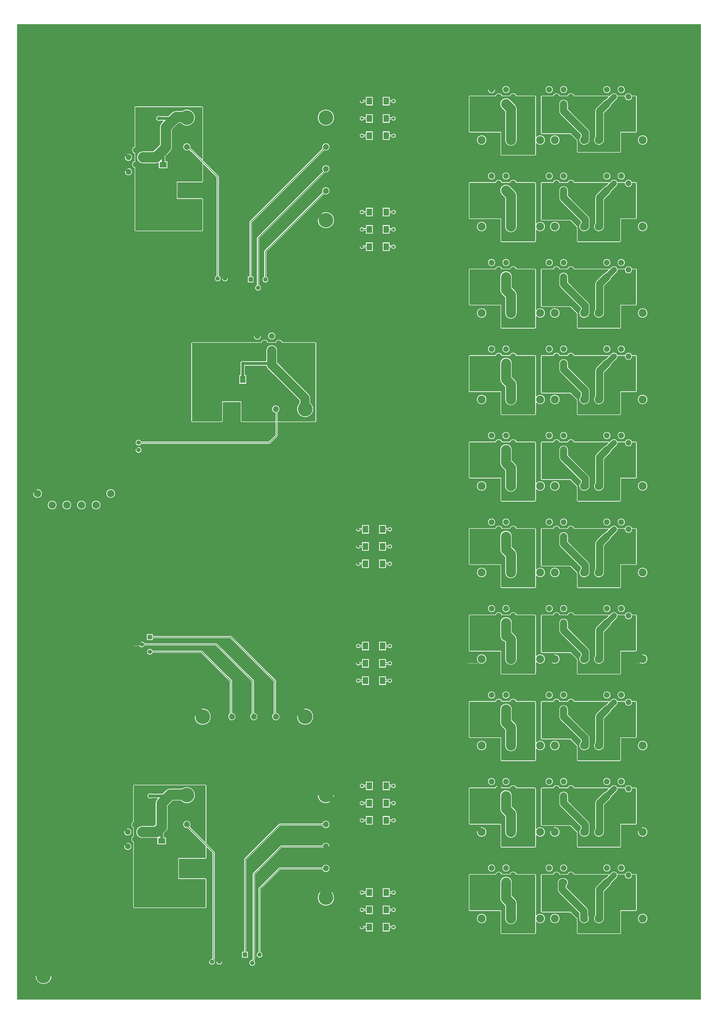
<source format=gbr>
%FSLAX23Y23*%
%MOIN*%
G04 EasyPC Gerber Version 18.0.6 Build 3620 *
%ADD97R,0.07400X0.09800*%
%ADD20R,0.05200X0.05200*%
%ADD90R,0.06000X0.06000*%
%ADD11C,0.01000*%
%ADD10C,0.01200*%
%ADD26C,0.03937*%
%ADD27C,0.04000*%
%ADD21C,0.05200*%
%ADD88C,0.05906*%
%ADD91C,0.06000*%
%ADD23C,0.07874*%
%ADD18C,0.08000*%
%ADD98C,0.09843*%
%ADD15C,0.10000*%
%ADD96C,0.11000*%
%ADD25C,0.12598*%
%ADD28C,0.13780*%
%ADD92C,0.14173*%
%ADD17C,0.19685*%
%ADD19C,0.20000*%
%ADD71R,0.09800X0.07400*%
%ADD89C,0.25000*%
X0Y0D02*
D02*
D10*
X45Y85D02*
X9376D01*
Y13392*
X45*
Y85*
X285Y400D02*
G75*
G02X514I114D01*
G01*
G75*
G02X285I-114*
G01*
X318Y7056D02*
G75*
G02Y6924J-66D01*
G01*
G75*
G02Y7056J66*
G01*
X518Y6899D02*
G75*
G02Y6767J-66D01*
G01*
G75*
G02Y6899J66*
G01*
X718D02*
G75*
G02Y6767J-66D01*
G01*
G75*
G02Y6899J66*
G01*
X918D02*
G75*
G02Y6767J-66D01*
G01*
G75*
G02Y6899J66*
G01*
X1118D02*
G75*
G02Y6767J-66D01*
G01*
G75*
G02Y6899J66*
G01*
X1318Y7056D02*
G75*
G02Y6924J-66D01*
G01*
G75*
G02Y7056J66*
G01*
X1551Y2116D02*
G75*
G02Y2227J55D01*
G01*
G75*
G02Y2116J-55*
G01*
Y2313D02*
G75*
G02Y2424J55D01*
G01*
G75*
G02Y2313J-55*
G01*
X1561Y11329D02*
G75*
G02Y11439J55D01*
G01*
G75*
G02Y11329J-55*
G01*
Y11525D02*
G75*
G02Y11636J55D01*
G01*
G75*
G02Y11525J-55*
G01*
X1618Y2224D02*
G75*
G02Y2315I32J45D01*
G01*
Y2421*
G75*
G02Y2512I32J45*
G01*
Y2998*
G75*
G02X1640Y3020I22*
G01*
X2610*
G75*
G02X2632Y2998J-22*
G01*
Y2235*
G75*
G02X2625Y2219I-22J0*
G01*
X2737Y2107*
G75*
G02X2744Y2093I-15J-15*
G01*
Y636*
G75*
G02X2741Y626I-21J0*
G01*
X2739Y623*
G75*
G02X2747Y597I-38J-26*
G01*
G75*
G02X2655I-46*
G01*
G75*
G02X2702Y643I46*
G01*
Y2084*
X2632Y2154*
Y2019*
G75*
G02X2610Y1997I-22*
G01*
X2257*
Y1741*
X2610*
G75*
G02X2632Y1719J-22*
G01*
Y1344*
G75*
G02X2610Y1322I-22*
G01*
X1640*
G75*
G02X1618Y1344J22*
G01*
Y2224*
X1638Y11432D02*
G75*
G02Y11533I22J51D01*
G01*
Y11628*
G75*
G02Y11730I22J51*
G01*
Y12260*
G75*
G02X1660Y12282I22*
G01*
X2564*
G75*
G02X2586Y12260J-22*
G01*
Y11561*
G75*
G02X2579Y11545I-22*
G01*
X2795Y11330*
G75*
G02X2801Y11315I-15J-15*
G01*
Y9968*
G75*
G02X2826Y9927I-21J-41*
G01*
G75*
G02X2734I-46*
G01*
G75*
G02X2759Y9968I46*
G01*
Y11306*
X2586Y11479*
Y11256*
G75*
G02X2564Y11234I-22*
G01*
X2236*
Y11028*
X2564*
G75*
G02X2586Y11006J-22*
G01*
Y10587*
G75*
G02X2564Y10565I-22*
G01*
X1660*
G75*
G02X1638Y10587J22*
G01*
Y11432*
X1699Y7631D02*
G75*
G02Y7539J-46D01*
G01*
G75*
G02Y7631J46*
G01*
X1740Y7664D02*
G75*
G02X1699Y7639I-41J21D01*
G01*
G75*
G02Y7731J46*
G01*
G75*
G02X1740Y7706J-46*
G01*
X3480*
X3564Y7790*
Y7958*
X3110*
G75*
G02X3088Y7980J22*
G01*
Y8233*
X2857*
Y7980*
G75*
G02X2835Y7958I-22*
G01*
X2435*
G75*
G02X2413Y7980J22*
G01*
Y9041*
G75*
G02X2435Y9063I22*
G01*
X3369*
G75*
G02X3470I51J-22*
G01*
X3566*
G75*
G02X3667I51J-22*
G01*
X4110*
G75*
G02X4132Y9041J-22*
G01*
Y7980*
G75*
G02X4110Y7958I-22*
G01*
X3606*
Y7782*
G75*
G02X3600Y7767I-21*
G01*
X3503Y7670*
G75*
G02X3488Y7664I-15J15*
G01*
X1740*
X1782Y4908D02*
G75*
G02X1741Y4883I-41J21D01*
G01*
G75*
G02Y4975J46*
G01*
G75*
G02X1782Y4950J-46*
G01*
X2762*
G75*
G02X2777Y4944J-21*
G01*
X3275Y4445*
G75*
G02X3281Y4430I-15J-15*
G01*
Y3998*
G75*
G02X3274Y3887I-8J-55*
G01*
G75*
G02X3239Y3987J56*
G01*
Y4422*
X2753Y4908*
X1782*
X1894Y4808D02*
G75*
G02X1853Y4783I-41J21D01*
G01*
G75*
G02Y4875J46*
G01*
G75*
G02X1894Y4850J-46*
G01*
X2562*
G75*
G02X2577Y4844J-21*
G01*
X2975Y4445*
G75*
G02X2981Y4430I-15J-15*
G01*
Y3998*
G75*
G02X2974Y3887I-8J-55*
G01*
G75*
G02X2939Y3987J56*
G01*
Y4422*
X2553Y4808*
X1894*
X1899Y5008D02*
Y4983D01*
X1807*
Y5075*
X1899*
Y5050*
X2962*
G75*
G02X2977Y5044J-21*
G01*
X3575Y4445*
G75*
G02X3581Y4430I-15J-15*
G01*
Y3998*
G75*
G02X3574Y3887I-8J-55*
G01*
G75*
G02X3539Y3987J56*
G01*
Y4422*
X2953Y5008*
X1899*
X2574Y4059D02*
G75*
G02Y3827J-116D01*
G01*
G75*
G02Y4059J116*
G01*
X2755Y597D02*
G75*
G02X2847I46D01*
G01*
G75*
G02X2755I-46*
G01*
X2834Y9927D02*
G75*
G02X2926I46D01*
G01*
G75*
G02X2834I-46*
G01*
X3135Y738D02*
Y1994D01*
G75*
G02X3141Y2009I21*
G01*
X3616Y2484*
G75*
G02X3631Y2490I15J-15*
G01*
X4205*
G75*
G02X4314Y2471I53J-19*
G01*
G75*
G02X4207Y2448I-56*
G01*
X3639*
X3177Y1986*
Y738*
X3198*
Y646*
X3106*
Y738*
X3135*
X3210Y9958D02*
Y10699D01*
G75*
G02X3216Y10713I21*
G01*
X4206Y11703*
G75*
G02X4202Y11723I52J20*
G01*
G75*
G02X4314I56*
G01*
G75*
G02X4235Y11672I-56*
G01*
X3252Y10690*
Y9958*
X3277*
Y9866*
X3185*
Y9958*
X3210*
X3244Y625D02*
X3253Y641D01*
Y1794*
G75*
G02X3259Y1809I21*
G01*
X3634Y2184*
G75*
G02X3649Y2190I15J-15*
G01*
X4205*
G75*
G02X4314Y2171I53J-19*
G01*
G75*
G02X4207Y2148I-56*
G01*
X3657*
X3295Y1786*
Y636*
G75*
G02X3292Y626I-21J0*
G01*
X3285Y612*
G75*
G02X3298Y580I-32J-33*
G01*
G75*
G02X3206I-46*
G01*
G75*
G02X3244Y625I46*
G01*
X3266Y9140D02*
G75*
G02X3377I55D01*
G01*
G75*
G02X3266I-55*
G01*
X3310Y9841D02*
Y10479D01*
G75*
G02X3316Y10494I21*
G01*
X4213Y11390*
G75*
G02X4202Y11423I45J33*
G01*
G75*
G02X4314I56*
G01*
G75*
G02X4250Y11368I-56*
G01*
X3352Y10471*
Y9841*
G75*
G02X3377Y9800I-21J-41*
G01*
G75*
G02X3285I-46*
G01*
G75*
G02X3310Y9841I46*
G01*
X3331Y733D02*
Y1594D01*
G75*
G02X3338Y1609I21*
G01*
X3613Y1884*
G75*
G02X3627Y1890I15J-15*
G01*
X4205*
G75*
G02X4314Y1871I53J-19*
G01*
G75*
G02X4207Y1848I-56*
G01*
X3636*
X3373Y1586*
Y733*
G75*
G02X3398Y692I-21J-41*
G01*
G75*
G02X3306I-46*
G01*
G75*
G02X3331Y733I46*
G01*
X3410Y9953D02*
Y10297D01*
G75*
G02X3416Y10311I21*
G01*
X4206Y11101*
G75*
G02X4202Y11123I52J22*
G01*
G75*
G02X4314I56*
G01*
G75*
G02X4236Y11072I-56*
G01*
X3452Y10288*
Y9953*
G75*
G02X3477Y9912I-21J-41*
G01*
G75*
G02X3385I-46*
G01*
G75*
G02X3410Y9953I46*
G01*
X3463Y9140D02*
G75*
G02X3573I55D01*
G01*
G75*
G02X3463I-55*
G01*
X3974Y4059D02*
G75*
G02Y3827J-116D01*
G01*
G75*
G02Y4059J116*
G01*
X4142Y1471D02*
G75*
G02X4374I116D01*
G01*
G75*
G02X4142I-116*
G01*
Y2871D02*
G75*
G02X4374I116D01*
G01*
G75*
G02X4142I-116*
G01*
Y10723D02*
G75*
G02X4374I116D01*
G01*
G75*
G02X4142I-116*
G01*
Y12123D02*
G75*
G02X4374I116D01*
G01*
G75*
G02X4142I-116*
G01*
X4728Y4414D02*
G75*
G02X4663Y4435I-29J21D01*
G01*
G75*
G02X4728Y4456I36*
G01*
X4747*
Y4500*
X4853*
Y4370*
X4747*
Y4414*
X4728*
Y4650D02*
G75*
G02X4663Y4671I-29J21D01*
G01*
G75*
G02X4728Y4692I36*
G01*
X4747*
Y4736*
X4853*
Y4606*
X4747*
Y4650*
X4728*
Y4887D02*
G75*
G02X4663Y4908I-29J21D01*
G01*
G75*
G02X4728Y4929I36*
G01*
X4747*
Y4973*
X4853*
Y4843*
X4747*
Y4887*
X4728*
Y6009D02*
G75*
G02X4663Y6030I-29J21D01*
G01*
G75*
G02X4728Y6051I36*
G01*
X4747*
Y6095*
X4853*
Y5965*
X4747*
Y6009*
X4728*
Y6245D02*
G75*
G02X4663Y6266I-29J21D01*
G01*
G75*
G02X4728Y6287I36*
G01*
X4747*
Y6331*
X4853*
Y6201*
X4747*
Y6245*
X4728*
Y6481D02*
G75*
G02X4663Y6502I-29J21D01*
G01*
G75*
G02X4728Y6523I36*
G01*
X4747*
Y6567*
X4853*
Y6437*
X4747*
Y6481*
X4728*
X4779Y1048D02*
G75*
G02X4714Y1069I-29J21D01*
G01*
G75*
G02X4779Y1090I36*
G01*
X4798*
Y1134*
X4904*
Y1004*
X4798*
Y1048*
X4779*
Y1284D02*
G75*
G02X4714Y1305I-29J21D01*
G01*
G75*
G02X4779Y1326I36*
G01*
X4798*
Y1370*
X4904*
Y1240*
X4798*
Y1284*
X4779*
Y1520D02*
G75*
G02X4714Y1541I-29J21D01*
G01*
G75*
G02X4779Y1562I36*
G01*
X4798*
Y1606*
X4904*
Y1476*
X4798*
Y1520*
X4779*
Y2505D02*
G75*
G02X4714Y2526I-29J21D01*
G01*
G75*
G02X4779Y2547I36*
G01*
X4798*
Y2591*
X4904*
Y2461*
X4798*
Y2505*
X4779*
Y2741D02*
G75*
G02X4714Y2762I-29J21D01*
G01*
G75*
G02X4779Y2783I36*
G01*
X4798*
Y2827*
X4904*
Y2697*
X4798*
Y2741*
X4779*
Y2977D02*
G75*
G02X4714Y2998I-29J21D01*
G01*
G75*
G02X4779Y3019I36*
G01*
X4798*
Y3063*
X4904*
Y2933*
X4798*
Y2977*
X4779*
Y10339D02*
G75*
G02X4714Y10360I-29J21D01*
G01*
G75*
G02X4779Y10381I36*
G01*
X4798*
Y10425*
X4904*
Y10295*
X4798*
Y10339*
X4779*
Y10576D02*
G75*
G02X4714Y10597I-29J21D01*
G01*
G75*
G02X4779Y10618I36*
G01*
X4798*
Y10662*
X4904*
Y10532*
X4798*
Y10576*
X4779*
Y10812D02*
G75*
G02X4714Y10833I-29J21D01*
G01*
G75*
G02X4779Y10854I36*
G01*
X4798*
Y10898*
X4904*
Y10768*
X4798*
Y10812*
X4779*
Y11855D02*
G75*
G02X4714Y11876I-29J21D01*
G01*
G75*
G02X4779Y11897I36*
G01*
X4798*
Y11941*
X4904*
Y11811*
X4798*
Y11855*
X4779*
Y12091D02*
G75*
G02X4714Y12112I-29J21D01*
G01*
G75*
G02X4779Y12133I36*
G01*
X4798*
Y12177*
X4904*
Y12047*
X4798*
Y12091*
X4779*
Y12328D02*
G75*
G02X4714Y12349I-29J21D01*
G01*
G75*
G02X4779Y12370I36*
G01*
X4798*
Y12414*
X4904*
Y12284*
X4798*
Y12328*
X4779*
X5084Y4414D02*
Y4370D01*
X4978*
Y4500*
X5084*
Y4456*
X5103*
G75*
G02X5168Y4435I29J-21*
G01*
G75*
G02X5103Y4414I-36*
G01*
X5084*
Y4650D02*
Y4606D01*
X4978*
Y4736*
X5084*
Y4692*
X5103*
G75*
G02X5168Y4671I29J-21*
G01*
G75*
G02X5103Y4650I-36*
G01*
X5084*
Y4887D02*
Y4843D01*
X4978*
Y4973*
X5084*
Y4929*
X5103*
G75*
G02X5168Y4908I29J-21*
G01*
G75*
G02X5103Y4887I-36*
G01*
X5084*
Y6009D02*
Y5965D01*
X4978*
Y6095*
X5084*
Y6051*
X5103*
G75*
G02X5168Y6030I29J-21*
G01*
G75*
G02X5103Y6009I-36*
G01*
X5084*
Y6245D02*
Y6201D01*
X4978*
Y6331*
X5084*
Y6287*
X5103*
G75*
G02X5168Y6266I29J-21*
G01*
G75*
G02X5103Y6245I-36*
G01*
X5084*
Y6481D02*
Y6437D01*
X4978*
Y6567*
X5084*
Y6523*
X5103*
G75*
G02X5168Y6502I29J-21*
G01*
G75*
G02X5103Y6481I-36*
G01*
X5084*
X5135Y1048D02*
Y1004D01*
X5029*
Y1134*
X5135*
Y1090*
X5154*
G75*
G02X5219Y1069I29J-21*
G01*
G75*
G02X5154Y1048I-36*
G01*
X5135*
Y1284D02*
Y1240D01*
X5029*
Y1370*
X5135*
Y1326*
X5154*
G75*
G02X5219Y1305I29J-21*
G01*
G75*
G02X5154Y1284I-36*
G01*
X5135*
Y1520D02*
Y1476D01*
X5029*
Y1606*
X5135*
Y1562*
X5154*
G75*
G02X5219Y1541I29J-21*
G01*
G75*
G02X5154Y1520I-36*
G01*
X5135*
Y2505D02*
Y2461D01*
X5029*
Y2591*
X5135*
Y2547*
X5154*
G75*
G02X5219Y2526I29J-21*
G01*
G75*
G02X5154Y2505I-36*
G01*
X5135*
Y2741D02*
Y2697D01*
X5029*
Y2827*
X5135*
Y2783*
X5154*
G75*
G02X5219Y2762I29J-21*
G01*
G75*
G02X5154Y2741I-36*
G01*
X5135*
Y2977D02*
Y2933D01*
X5029*
Y3063*
X5135*
Y3019*
X5154*
G75*
G02X5219Y2998I29J-21*
G01*
G75*
G02X5154Y2977I-36*
G01*
X5135*
Y10339D02*
Y10295D01*
X5029*
Y10425*
X5135*
Y10381*
X5154*
G75*
G02X5219Y10360I29J-21*
G01*
G75*
G02X5154Y10339I-36*
G01*
X5135*
Y10576D02*
Y10532D01*
X5029*
Y10662*
X5135*
Y10618*
X5154*
G75*
G02X5219Y10597I29J-21*
G01*
G75*
G02X5154Y10576I-36*
G01*
X5135*
Y10812D02*
Y10768D01*
X5029*
Y10898*
X5135*
Y10854*
X5154*
G75*
G02X5219Y10833I29J-21*
G01*
G75*
G02X5154Y10812I-36*
G01*
X5135*
Y11855D02*
Y11811D01*
X5029*
Y11941*
X5135*
Y11897*
X5154*
G75*
G02X5219Y11876I29J-21*
G01*
G75*
G02X5154Y11855I-36*
G01*
X5135*
Y12091D02*
Y12047D01*
X5029*
Y12177*
X5135*
Y12133*
X5154*
G75*
G02X5219Y12112I29J-21*
G01*
G75*
G02X5154Y12091I-36*
G01*
X5135*
Y12328D02*
Y12284D01*
X5029*
Y12414*
X5135*
Y12370*
X5154*
G75*
G02X5219Y12349I29J-21*
G01*
G75*
G02X5154Y12328I-36*
G01*
X5135*
X6386Y1116D02*
G75*
G02Y1258J71D01*
G01*
G75*
G02Y1116J-71*
G01*
Y2297D02*
G75*
G02Y2439J71D01*
G01*
G75*
G02Y2297J-71*
G01*
Y3478D02*
G75*
G02Y3620J71D01*
G01*
G75*
G02Y3478J-71*
G01*
Y4659D02*
G75*
G02Y4801J71D01*
G01*
G75*
G02Y4659J-71*
G01*
Y5841D02*
G75*
G02Y5983J71D01*
G01*
G75*
G02Y5841J-71*
G01*
Y7022D02*
G75*
G02Y7164J71D01*
G01*
G75*
G02Y7022J-71*
G01*
Y8203D02*
G75*
G02Y8345J71D01*
G01*
G75*
G02Y8203J-71*
G01*
Y9384D02*
G75*
G02Y9526J71D01*
G01*
G75*
G02Y9384J-71*
G01*
Y10565D02*
G75*
G02Y10707J71D01*
G01*
G75*
G02Y10565J-71*
G01*
Y11746D02*
G75*
G02Y11888J71D01*
G01*
G75*
G02Y11746J-71*
G01*
X6466Y1876D02*
G75*
G02X6577I55D01*
G01*
G75*
G02X6466I-55*
G01*
Y3057D02*
G75*
G02X6577I55D01*
G01*
G75*
G02X6466I-55*
G01*
Y4238D02*
G75*
G02X6577I55D01*
G01*
G75*
G02X6466I-55*
G01*
Y5419D02*
G75*
G02X6577I55D01*
G01*
G75*
G02X6466I-55*
G01*
Y6600D02*
G75*
G02X6577I55D01*
G01*
G75*
G02X6466I-55*
G01*
Y7782D02*
G75*
G02X6577I55D01*
G01*
G75*
G02X6466I-55*
G01*
Y8963D02*
G75*
G02X6577I55D01*
G01*
G75*
G02X6466I-55*
G01*
Y10144D02*
G75*
G02X6577I55D01*
G01*
G75*
G02X6466I-55*
G01*
Y11325D02*
G75*
G02X6577I55D01*
G01*
G75*
G02X6466I-55*
G01*
Y12506D02*
G75*
G02X6577I55D01*
G01*
G75*
G02X6466I-55*
G01*
X6569Y1800D02*
G75*
G02X6671I51J-22D01*
G01*
X6766*
G75*
G02X6868I51J-22*
G01*
X7112*
G75*
G02X7134Y1778J-22*
G01*
Y1235*
G75*
G02X7186Y1258I52J-48*
G01*
G75*
G02Y1116J-71*
G01*
G75*
G02X7134Y1139J71*
G01*
Y990*
G75*
G02X7112Y968I-22*
G01*
X6660*
G75*
G02X6638Y990J22*
G01*
Y1283*
X6226*
G75*
G02X6204Y1305J22*
G01*
Y1778*
G75*
G02X6226Y1800I22*
G01*
X6569*
Y2981D02*
G75*
G02X6671I51J-22D01*
G01*
X6766*
G75*
G02X6868I51J-22*
G01*
X7112*
G75*
G02X7134Y2959J-22*
G01*
Y2417*
G75*
G02X7186Y2439I52J-48*
G01*
G75*
G02Y2297J-71*
G01*
G75*
G02X7134Y2320J71*
G01*
Y2171*
G75*
G02X7112Y2149I-22*
G01*
X6660*
G75*
G02X6638Y2171J22*
G01*
Y2464*
X6226*
G75*
G02X6204Y2486J22*
G01*
Y2959*
G75*
G02X6226Y2981I22*
G01*
X6569*
Y4162D02*
G75*
G02X6671I51J-22D01*
G01*
X6766*
G75*
G02X6868I51J-22*
G01*
X7112*
G75*
G02X7134Y4140J-22*
G01*
Y3598*
G75*
G02X7186Y3620I52J-48*
G01*
G75*
G02Y3478J-71*
G01*
G75*
G02X7134Y3501J71*
G01*
Y3352*
G75*
G02X7112Y3330I-22*
G01*
X6660*
G75*
G02X6638Y3352J22*
G01*
Y3645*
X6226*
G75*
G02X6204Y3667J22*
G01*
Y4140*
G75*
G02X6226Y4162I22*
G01*
X6569*
Y5343D02*
G75*
G02X6671I51J-22D01*
G01*
X6766*
G75*
G02X6868I51J-22*
G01*
X7112*
G75*
G02X7134Y5321J-22*
G01*
Y4779*
G75*
G02X7186Y4801I52J-48*
G01*
G75*
G02Y4659J-71*
G01*
G75*
G02X7134Y4682J71*
G01*
Y4534*
G75*
G02X7112Y4512I-22*
G01*
X6660*
G75*
G02X6638Y4534J22*
G01*
Y4827*
X6226*
G75*
G02X6204Y4849J22*
G01*
Y5321*
G75*
G02X6226Y5343I22*
G01*
X6569*
Y6524D02*
G75*
G02X6671I51J-22D01*
G01*
X6766*
G75*
G02X6868I51J-22*
G01*
X7112*
G75*
G02X7134Y6502J-22*
G01*
Y5960*
G75*
G02X7186Y5983I52J-48*
G01*
G75*
G02Y5841J-71*
G01*
G75*
G02X7134Y5863J71*
G01*
Y5715*
G75*
G02X7112Y5693I-22*
G01*
X6660*
G75*
G02X6638Y5715J22*
G01*
Y6008*
X6226*
G75*
G02X6204Y6030J22*
G01*
Y6502*
G75*
G02X6226Y6524I22*
G01*
X6569*
Y7705D02*
G75*
G02X6671I51J-22D01*
G01*
X6766*
G75*
G02X6868I51J-22*
G01*
X7112*
G75*
G02X7134Y7683J-22*
G01*
Y7141*
G75*
G02X7186Y7164I52J-48*
G01*
G75*
G02Y7022J-71*
G01*
G75*
G02X7134Y7044J71*
G01*
Y6896*
G75*
G02X7112Y6874I-22*
G01*
X6660*
G75*
G02X6638Y6896J22*
G01*
Y7189*
X6226*
G75*
G02X6204Y7211J22*
G01*
Y7683*
G75*
G02X6226Y7705I22*
G01*
X6569*
Y8886D02*
G75*
G02X6671I51J-22D01*
G01*
X6766*
G75*
G02X6868I51J-22*
G01*
X7112*
G75*
G02X7134Y8864J-22*
G01*
Y8322*
G75*
G02X7186Y8345I52J-48*
G01*
G75*
G02Y8203J-71*
G01*
G75*
G02X7134Y8225J71*
G01*
Y8077*
G75*
G02X7112Y8055I-22*
G01*
X6660*
G75*
G02X6638Y8077J22*
G01*
Y8370*
X6226*
G75*
G02X6204Y8392J22*
G01*
Y8864*
G75*
G02X6226Y8886I22*
G01*
X6569*
Y10067D02*
G75*
G02X6671I51J-22D01*
G01*
X6766*
G75*
G02X6868I51J-22*
G01*
X7112*
G75*
G02X7134Y10045J-22*
G01*
Y9503*
G75*
G02X7186Y9526I52J-48*
G01*
G75*
G02Y9384J-71*
G01*
G75*
G02X7134Y9406J71*
G01*
Y9258*
G75*
G02X7112Y9236I-22*
G01*
X6660*
G75*
G02X6638Y9258J22*
G01*
Y9551*
X6226*
G75*
G02X6204Y9573J22*
G01*
Y10045*
G75*
G02X6226Y10067I22*
G01*
X6569*
Y11248D02*
G75*
G02X6671I51J-22D01*
G01*
X6766*
G75*
G02X6868I51J-22*
G01*
X7112*
G75*
G02X7134Y11226J-22*
G01*
Y10684*
G75*
G02X7186Y10707I52J-48*
G01*
G75*
G02Y10565J-71*
G01*
G75*
G02X7134Y10588J71*
G01*
Y10439*
G75*
G02X7112Y10417I-22*
G01*
X6660*
G75*
G02X6638Y10439J22*
G01*
Y10732*
X6226*
G75*
G02X6204Y10754J22*
G01*
Y11226*
G75*
G02X6226Y11248I22*
G01*
X6569*
Y12430D02*
G75*
G02X6671I51J-22D01*
G01*
X6766*
G75*
G02X6868I51J-22*
G01*
X7112*
G75*
G02X7134Y12408J-22*
G01*
Y11865*
G75*
G02X7186Y11888I52J-48*
G01*
G75*
G02Y11746J-71*
G01*
G75*
G02X7134Y11769J71*
G01*
Y11620*
G75*
G02X7112Y11598I-22*
G01*
X6660*
G75*
G02X6638Y11620J22*
G01*
Y11913*
X6226*
G75*
G02X6204Y11935J22*
G01*
Y12408*
G75*
G02X6226Y12430I22*
G01*
X6569*
X6663Y1876D02*
G75*
G02X6774I55D01*
G01*
G75*
G02X6663I-55*
G01*
Y3057D02*
G75*
G02X6774I55D01*
G01*
G75*
G02X6663I-55*
G01*
Y4238D02*
G75*
G02X6774I55D01*
G01*
G75*
G02X6663I-55*
G01*
Y5419D02*
G75*
G02X6774I55D01*
G01*
G75*
G02X6663I-55*
G01*
Y6600D02*
G75*
G02X6774I55D01*
G01*
G75*
G02X6663I-55*
G01*
Y7782D02*
G75*
G02X6774I55D01*
G01*
G75*
G02X6663I-55*
G01*
Y8963D02*
G75*
G02X6774I55D01*
G01*
G75*
G02X6663I-55*
G01*
Y10144D02*
G75*
G02X6774I55D01*
G01*
G75*
G02X6663I-55*
G01*
Y11325D02*
G75*
G02X6774I55D01*
G01*
G75*
G02X6663I-55*
G01*
Y12506D02*
G75*
G02X6774I55D01*
G01*
G75*
G02X6663I-55*
G01*
X7254Y1876D02*
G75*
G02X7365I55D01*
G01*
G75*
G02X7254I-55*
G01*
Y3057D02*
G75*
G02X7365I55D01*
G01*
G75*
G02X7254I-55*
G01*
Y4238D02*
G75*
G02X7365I55D01*
G01*
G75*
G02X7254I-55*
G01*
Y5419D02*
G75*
G02X7365I55D01*
G01*
G75*
G02X7254I-55*
G01*
Y6600D02*
G75*
G02X7365I55D01*
G01*
G75*
G02X7254I-55*
G01*
Y7782D02*
G75*
G02X7365I55D01*
G01*
G75*
G02X7254I-55*
G01*
Y8963D02*
G75*
G02X7365I55D01*
G01*
G75*
G02X7254I-55*
G01*
Y10144D02*
G75*
G02X7365I55D01*
G01*
G75*
G02X7254I-55*
G01*
Y11325D02*
G75*
G02X7365I55D01*
G01*
G75*
G02X7254I-55*
G01*
Y12506D02*
G75*
G02X7365I55D01*
G01*
G75*
G02X7254I-55*
G01*
X7357Y1800D02*
G75*
G02X7458I51J-22D01*
G01*
X7554*
G75*
G02X7655I51J-22*
G01*
X8117*
G75*
G02X8132Y1793J-22*
G01*
X8155Y1816*
G75*
G02X8246Y1799I40J-38*
G01*
G75*
G02X8250Y1800I4J-22*
G01*
X8336*
G75*
G02X8341Y1799I0J-22*
G01*
G75*
G02X8443I51J-22*
G01*
G75*
G02X8447Y1800I4J-22*
G01*
X8490*
G75*
G02X8512Y1778J-22*
G01*
Y1305*
G75*
G02X8490Y1283I-22*
G01*
X8296*
Y990*
G75*
G02X8274Y968I-22*
G01*
X7703*
G75*
G02X7681Y990J22*
G01*
Y1178*
X7595Y1264*
X7211*
G75*
G02X7189Y1286J22*
G01*
Y1778*
G75*
G02X7211Y1800I22*
G01*
X7357*
Y2981D02*
G75*
G02X7458I51J-22D01*
G01*
X7554*
G75*
G02X7655I51J-22*
G01*
X8117*
G75*
G02X8132Y2974J-22*
G01*
X8155Y2997*
G75*
G02X8246Y2980I40J-38*
G01*
G75*
G02X8250Y2981I4J-22*
G01*
X8336*
G75*
G02X8341Y2980I0J-22*
G01*
G75*
G02X8443I51J-22*
G01*
G75*
G02X8447Y2981I4J-22*
G01*
X8490*
G75*
G02X8512Y2959J-22*
G01*
Y2486*
G75*
G02X8490Y2464I-22*
G01*
X8296*
Y2171*
G75*
G02X8274Y2149I-22*
G01*
X7703*
G75*
G02X7681Y2171J22*
G01*
Y2359*
X7595Y2445*
X7211*
G75*
G02X7189Y2467J22*
G01*
Y2959*
G75*
G02X7211Y2981I22*
G01*
X7357*
Y4162D02*
G75*
G02X7458I51J-22D01*
G01*
X7554*
G75*
G02X7655I51J-22*
G01*
X8117*
G75*
G02X8132Y4155J-22*
G01*
X8155Y4178*
G75*
G02X8246Y4161I40J-38*
G01*
G75*
G02X8250Y4162I4J-22*
G01*
X8336*
G75*
G02X8341Y4161I0J-22*
G01*
G75*
G02X8443I51J-22*
G01*
G75*
G02X8447Y4162I4J-22*
G01*
X8490*
G75*
G02X8512Y4140J-22*
G01*
Y3667*
G75*
G02X8490Y3645I-22*
G01*
X8296*
Y3352*
G75*
G02X8274Y3330I-22*
G01*
X7703*
G75*
G02X7681Y3352J22*
G01*
Y3540*
X7595Y3626*
X7211*
G75*
G02X7189Y3648J22*
G01*
Y4140*
G75*
G02X7211Y4162I22*
G01*
X7357*
Y5343D02*
G75*
G02X7458I51J-22D01*
G01*
X7554*
G75*
G02X7655I51J-22*
G01*
X8117*
G75*
G02X8132Y5337J-22*
G01*
X8155Y5359*
G75*
G02X8246Y5343I40J-38*
G01*
G75*
G02X8250Y5343I4J-22*
G01*
X8336*
G75*
G02X8341Y5343I0J-22*
G01*
G75*
G02X8443I51J-22*
G01*
G75*
G02X8447Y5343I4J-22*
G01*
X8490*
G75*
G02X8512Y5321J-22*
G01*
Y4849*
G75*
G02X8490Y4827I-22*
G01*
X8296*
Y4534*
G75*
G02X8274Y4512I-22*
G01*
X7703*
G75*
G02X7681Y4534J22*
G01*
Y4721*
X7595Y4807*
X7211*
G75*
G02X7189Y4829J22*
G01*
Y5321*
G75*
G02X7211Y5343I22*
G01*
X7357*
Y6524D02*
G75*
G02X7458I51J-22D01*
G01*
X7554*
G75*
G02X7655I51J-22*
G01*
X8117*
G75*
G02X8132Y6518J-22*
G01*
X8155Y6541*
G75*
G02X8246Y6524I40J-38*
G01*
G75*
G02X8250Y6524I4J-22*
G01*
X8336*
G75*
G02X8341Y6524I0J-22*
G01*
G75*
G02X8443I51J-22*
G01*
G75*
G02X8447Y6524I4J-22*
G01*
X8490*
G75*
G02X8512Y6502J-22*
G01*
Y6030*
G75*
G02X8490Y6008I-22*
G01*
X8296*
Y5715*
G75*
G02X8274Y5693I-22*
G01*
X7703*
G75*
G02X7681Y5715J22*
G01*
Y5902*
X7595Y5988*
X7211*
G75*
G02X7189Y6010J22*
G01*
Y6502*
G75*
G02X7211Y6524I22*
G01*
X7357*
Y7705D02*
G75*
G02X7458I51J-22D01*
G01*
X7554*
G75*
G02X7655I51J-22*
G01*
X8117*
G75*
G02X8132Y7699J-22*
G01*
X8155Y7722*
G75*
G02X8246Y7705I40J-38*
G01*
G75*
G02X8250Y7705I4J-22*
G01*
X8336*
G75*
G02X8341Y7705I0J-22*
G01*
G75*
G02X8443I51J-22*
G01*
G75*
G02X8447Y7705I4J-22*
G01*
X8490*
G75*
G02X8512Y7683J-22*
G01*
Y7211*
G75*
G02X8490Y7189I-22*
G01*
X8296*
Y6896*
G75*
G02X8274Y6874I-22*
G01*
X7703*
G75*
G02X7681Y6896J22*
G01*
Y7083*
X7595Y7169*
X7211*
G75*
G02X7189Y7191J22*
G01*
Y7683*
G75*
G02X7211Y7705I22*
G01*
X7357*
Y8886D02*
G75*
G02X7458I51J-22D01*
G01*
X7554*
G75*
G02X7655I51J-22*
G01*
X8117*
G75*
G02X8132Y8880J-22*
G01*
X8155Y8903*
G75*
G02X8246Y8886I40J-38*
G01*
G75*
G02X8250Y8886I4J-22*
G01*
X8336*
G75*
G02X8341Y8886I0J-22*
G01*
G75*
G02X8443I51J-22*
G01*
G75*
G02X8447Y8886I4J-22*
G01*
X8490*
G75*
G02X8512Y8864J-22*
G01*
Y8392*
G75*
G02X8490Y8370I-22*
G01*
X8296*
Y8077*
G75*
G02X8274Y8055I-22*
G01*
X7703*
G75*
G02X7681Y8077J22*
G01*
Y8265*
X7595Y8350*
X7211*
G75*
G02X7189Y8372J22*
G01*
Y8864*
G75*
G02X7211Y8886I22*
G01*
X7357*
Y10067D02*
G75*
G02X7458I51J-22D01*
G01*
X7554*
G75*
G02X7655I51J-22*
G01*
X8117*
G75*
G02X8132Y10061J-22*
G01*
X8155Y10084*
G75*
G02X8246Y10067I40J-38*
G01*
G75*
G02X8250Y10067I4J-22*
G01*
X8336*
G75*
G02X8341Y10067I0J-22*
G01*
G75*
G02X8443I51J-22*
G01*
G75*
G02X8447Y10067I4J-22*
G01*
X8490*
G75*
G02X8512Y10045J-22*
G01*
Y9573*
G75*
G02X8490Y9551I-22*
G01*
X8296*
Y9258*
G75*
G02X8274Y9236I-22*
G01*
X7703*
G75*
G02X7681Y9258J22*
G01*
Y9446*
X7595Y9531*
X7211*
G75*
G02X7189Y9553J22*
G01*
Y10045*
G75*
G02X7211Y10067I22*
G01*
X7357*
Y11248D02*
G75*
G02X7458I51J-22D01*
G01*
X7554*
G75*
G02X7655I51J-22*
G01*
X8117*
G75*
G02X8132Y11242J-22*
G01*
X8155Y11265*
G75*
G02X8246Y11248I40J-38*
G01*
G75*
G02X8250Y11248I4J-22*
G01*
X8336*
G75*
G02X8341Y11248I0J-22*
G01*
G75*
G02X8443I51J-22*
G01*
G75*
G02X8447Y11248I4J-22*
G01*
X8490*
G75*
G02X8512Y11226J-22*
G01*
Y10754*
G75*
G02X8490Y10732I-22*
G01*
X8296*
Y10439*
G75*
G02X8274Y10417I-22*
G01*
X7703*
G75*
G02X7681Y10439J22*
G01*
Y10627*
X7595Y10712*
X7211*
G75*
G02X7189Y10734J22*
G01*
Y11226*
G75*
G02X7211Y11248I22*
G01*
X7357*
Y12430D02*
G75*
G02X7458I51J-22D01*
G01*
X7554*
G75*
G02X7655I51J-22*
G01*
X8117*
G75*
G02X8132Y12423J-22*
G01*
X8155Y12446*
G75*
G02X8246Y12429I40J-38*
G01*
G75*
G02X8250Y12430I4J-22*
G01*
X8336*
G75*
G02X8341Y12429I0J-22*
G01*
G75*
G02X8443I51J-22*
G01*
G75*
G02X8447Y12430I4J-22*
G01*
X8490*
G75*
G02X8512Y12408J-22*
G01*
Y11935*
G75*
G02X8490Y11913I-22*
G01*
X8296*
Y11660*
G75*
G02X8274Y11638I-22*
G01*
X7703*
G75*
G02X7681Y11660J22*
G01*
Y11808*
X7595Y11893*
X7211*
G75*
G02X7189Y11915J22*
G01*
Y12408*
G75*
G02X7211Y12430I22*
G01*
X7357*
X7386Y1116D02*
G75*
G02Y1258J71D01*
G01*
G75*
G02Y1116J-71*
G01*
Y2297D02*
G75*
G02Y2439J71D01*
G01*
G75*
G02Y2297J-71*
G01*
Y3478D02*
G75*
G02Y3620J71D01*
G01*
G75*
G02Y3478J-71*
G01*
Y4659D02*
G75*
G02Y4801J71D01*
G01*
G75*
G02Y4659J-71*
G01*
Y5841D02*
G75*
G02Y5983J71D01*
G01*
G75*
G02Y5841J-71*
G01*
Y7022D02*
G75*
G02Y7164J71D01*
G01*
G75*
G02Y7022J-71*
G01*
Y8203D02*
G75*
G02Y8345J71D01*
G01*
G75*
G02Y8203J-71*
G01*
Y9384D02*
G75*
G02Y9526J71D01*
G01*
G75*
G02Y9384J-71*
G01*
Y10565D02*
G75*
G02Y10707J71D01*
G01*
G75*
G02Y10565J-71*
G01*
Y11746D02*
G75*
G02Y11888J71D01*
G01*
G75*
G02Y11746J-71*
G01*
X7451Y1876D02*
G75*
G02X7561I55D01*
G01*
G75*
G02X7451I-55*
G01*
Y3057D02*
G75*
G02X7561I55D01*
G01*
G75*
G02X7451I-55*
G01*
Y4238D02*
G75*
G02X7561I55D01*
G01*
G75*
G02X7451I-55*
G01*
Y5419D02*
G75*
G02X7561I55D01*
G01*
G75*
G02X7451I-55*
G01*
Y6600D02*
G75*
G02X7561I55D01*
G01*
G75*
G02X7451I-55*
G01*
Y7782D02*
G75*
G02X7561I55D01*
G01*
G75*
G02X7451I-55*
G01*
Y8963D02*
G75*
G02X7561I55D01*
G01*
G75*
G02X7451I-55*
G01*
Y10144D02*
G75*
G02X7561I55D01*
G01*
G75*
G02X7451I-55*
G01*
Y11325D02*
G75*
G02X7561I55D01*
G01*
G75*
G02X7451I-55*
G01*
Y12506D02*
G75*
G02X7561I55D01*
G01*
G75*
G02X7451I-55*
G01*
X8041Y1876D02*
G75*
G02X8152I55D01*
G01*
G75*
G02X8041I-55*
G01*
Y3057D02*
G75*
G02X8152I55D01*
G01*
G75*
G02X8041I-55*
G01*
Y4238D02*
G75*
G02X8152I55D01*
G01*
G75*
G02X8041I-55*
G01*
Y5419D02*
G75*
G02X8152I55D01*
G01*
G75*
G02X8041I-55*
G01*
Y6600D02*
G75*
G02X8152I55D01*
G01*
G75*
G02X8041I-55*
G01*
Y7782D02*
G75*
G02X8152I55D01*
G01*
G75*
G02X8041I-55*
G01*
Y8963D02*
G75*
G02X8152I55D01*
G01*
G75*
G02X8041I-55*
G01*
Y10144D02*
G75*
G02X8152I55D01*
G01*
G75*
G02X8041I-55*
G01*
Y11325D02*
G75*
G02X8152I55D01*
G01*
G75*
G02X8041I-55*
G01*
Y12506D02*
G75*
G02X8152I55D01*
G01*
G75*
G02X8041I-55*
G01*
X8238Y1876D02*
G75*
G02X8349I55D01*
G01*
G75*
G02X8238I-55*
G01*
Y3057D02*
G75*
G02X8349I55D01*
G01*
G75*
G02X8238I-55*
G01*
Y4238D02*
G75*
G02X8349I55D01*
G01*
G75*
G02X8238I-55*
G01*
Y5419D02*
G75*
G02X8349I55D01*
G01*
G75*
G02X8238I-55*
G01*
Y6600D02*
G75*
G02X8349I55D01*
G01*
G75*
G02X8238I-55*
G01*
Y7782D02*
G75*
G02X8349I55D01*
G01*
G75*
G02X8238I-55*
G01*
Y8963D02*
G75*
G02X8349I55D01*
G01*
G75*
G02X8238I-55*
G01*
Y10144D02*
G75*
G02X8349I55D01*
G01*
G75*
G02X8238I-55*
G01*
Y11325D02*
G75*
G02X8349I55D01*
G01*
G75*
G02X8238I-55*
G01*
Y12506D02*
G75*
G02X8349I55D01*
G01*
G75*
G02X8238I-55*
G01*
X8586Y1116D02*
G75*
G02Y1258J71D01*
G01*
G75*
G02Y1116J-71*
G01*
Y2297D02*
G75*
G02Y2439J71D01*
G01*
G75*
G02Y2297J-71*
G01*
Y3478D02*
G75*
G02Y3620J71D01*
G01*
G75*
G02Y3478J-71*
G01*
Y4659D02*
G75*
G02Y4801J71D01*
G01*
G75*
G02Y4659J-71*
G01*
Y5841D02*
G75*
G02Y5983J71D01*
G01*
G75*
G02Y5841J-71*
G01*
Y7022D02*
G75*
G02Y7164J71D01*
G01*
G75*
G02Y7022J-71*
G01*
Y8203D02*
G75*
G02Y8345J71D01*
G01*
G75*
G02Y8203J-71*
G01*
Y9384D02*
G75*
G02Y9526J71D01*
G01*
G75*
G02Y9384J-71*
G01*
Y10565D02*
G75*
G02Y10707J71D01*
G01*
G75*
G02Y10565J-71*
G01*
Y11746D02*
G75*
G02Y11888J71D01*
G01*
G75*
G02Y11746J-71*
G01*
X45Y400D02*
G36*
Y85D01*
X9376*
Y400*
X514*
G75*
G02X285I-114*
G01*
X45*
G37*
X285D02*
G36*
G75*
G02X514I114D01*
G01*
X9376*
Y597*
X3295*
G75*
G02X3298Y580I-43J-17*
G01*
G75*
G02X3206I-46*
G01*
G75*
G02X3210Y597I46J0*
G01*
X2847*
G75*
G02X2755I-46*
G01*
X2747*
G75*
G02X2655I-46*
G01*
X45*
Y400*
X285*
G37*
X45Y6990D02*
G36*
Y6833D01*
X452*
G75*
G02X518Y6899I66*
G01*
G75*
G02X584Y6833J-66*
G01*
X652*
G75*
G02X718Y6899I66*
G01*
G75*
G02X784Y6833J-66*
G01*
X852*
G75*
G02X918Y6899I66*
G01*
G75*
G02X984Y6833J-66*
G01*
X1052*
G75*
G02X1118Y6899I66*
G01*
G75*
G02X1184Y6833J-66*
G01*
X9376*
Y6990*
X8296*
Y6896*
G75*
G02X8274Y6874I-22*
G01*
X7703*
G75*
G02X7681Y6896J22*
G01*
Y6990*
X7134*
Y6896*
G75*
G02X7112Y6874I-22*
G01*
X6660*
G75*
G02X6638Y6896J22*
G01*
Y6990*
X1384*
G75*
G02X1318Y6924I-66*
G01*
G75*
G02X1252Y6990J66*
G01*
X384*
G75*
G02X318Y6924I-66*
G01*
G75*
G02X252Y6990J66*
G01*
X45*
G37*
X252D02*
G36*
G75*
G02X318Y7056I66D01*
G01*
G75*
G02X384Y6990J-66*
G01*
X1252*
G75*
G02X1318Y7056I66*
G01*
G75*
G02X1384Y6990J-66*
G01*
X6638*
Y7093*
X6457*
G75*
G02X6386Y7022I-71*
G01*
G75*
G02X6315Y7093J71*
G01*
X45*
Y6990*
X252*
G37*
X7681D02*
G36*
Y7083D01*
X7672Y7093*
X7457*
G75*
G02X7386Y7022I-71*
G01*
G75*
G02X7315Y7093J71*
G01*
X7257*
G75*
G02X7186Y7022I-71*
G01*
G75*
G02X7134Y7044J71*
G01*
Y6990*
X7681*
G37*
X9376D02*
G36*
Y7093D01*
X8657*
G75*
G02X8586Y7022I-71*
G01*
G75*
G02X8515Y7093J71*
G01*
X8296*
Y6990*
X9376*
G37*
X45Y6833D02*
G36*
Y6600D01*
X6466*
G75*
G02X6577I55*
G01*
X6663*
G75*
G02X6774I55*
G01*
X7254*
G75*
G02X7365I55*
G01*
X7451*
G75*
G02X7561I55*
G01*
X8041*
G75*
G02X8152I55*
G01*
X8238*
G75*
G02X8349I55*
G01*
X9376*
Y6833*
X1184*
G75*
G02X1118Y6767I-66*
G01*
G75*
G02X1052Y6833J66*
G01*
X984*
G75*
G02X918Y6767I-66*
G01*
G75*
G02X852Y6833J66*
G01*
X784*
G75*
G02X718Y6767I-66*
G01*
G75*
G02X652Y6833J66*
G01*
X584*
G75*
G02X518Y6767I-66*
G01*
G75*
G02X452Y6833J66*
G01*
X45*
G37*
Y2171D02*
G36*
Y1876D01*
X1618*
Y2171*
X1607*
G75*
G02X1551Y2116I-55*
G01*
G75*
G02X1496Y2171J55*
G01*
X45*
G37*
X1496D02*
G36*
G75*
G02X1551Y2227I55D01*
G01*
G75*
G02X1607Y2171J-55*
G01*
X1618*
Y2224*
G75*
G02Y2315I32J45*
G01*
Y2368*
X1607*
G75*
G02X1551Y2313I-55*
G01*
G75*
G02X1496Y2368J55*
G01*
X45*
Y2171*
X1496*
G37*
X2673D02*
G36*
X2737Y2107D01*
G75*
G02X2744Y2093I-15J-15*
G01*
Y1876*
X3135*
Y1994*
G75*
G02X3141Y2009I21*
G01*
X3303Y2171*
X2673*
G37*
X3303D02*
G36*
X3500Y2368D01*
X2632*
Y2235*
G75*
G02X2625Y2219I-22J0*
G01*
X2673Y2171*
X3303*
G37*
X3362D02*
G36*
X3177Y1986D01*
Y1876*
X3326*
X3621Y2171*
X3362*
G37*
X3621D02*
G36*
X3634Y2184D01*
G75*
G02X3649Y2190I15J-15*
G01*
X4205*
G75*
G02X4314Y2171I53J-19*
G01*
X6638*
Y2368*
X6457*
G75*
G02X6386Y2297I-71*
G01*
G75*
G02X6315Y2368J71*
G01*
X3559*
X3362Y2171*
X3621*
G37*
X4314D02*
G36*
G75*
G02X4207Y2148I-56D01*
G01*
X3657*
X3385Y1876*
X3604*
X3613Y1884*
G75*
G02X3627Y1890I15J-15*
G01*
X4205*
G75*
G02X4314Y1876I53J-19*
G01*
X6466*
G75*
G02X6577I55*
G01*
X6663*
G75*
G02X6774I55*
G01*
X7254*
G75*
G02X7365I55*
G01*
X7451*
G75*
G02X7561I55*
G01*
X8041*
G75*
G02X8152I55*
G01*
X8238*
G75*
G02X8349I55*
G01*
X9376*
Y2171*
X8296*
G75*
G02X8274Y2149I-22*
G01*
X7703*
G75*
G02X7681Y2171J22*
G01*
X7134*
G75*
G02X7112Y2149I-22*
G01*
X6660*
G75*
G02X6638Y2171J22*
G01*
X4314*
G37*
X7681D02*
G36*
Y2359D01*
X7672Y2368*
X7457*
G75*
G02X7386Y2297I-71*
G01*
G75*
G02X7315Y2368J71*
G01*
X7257*
G75*
G02X7186Y2297I-71*
G01*
G75*
G02X7134Y2320J71*
G01*
Y2171*
X7681*
G37*
X9376D02*
G36*
Y2368D01*
X8657*
G75*
G02X8586Y2297I-71*
G01*
G75*
G02X8515Y2368J71*
G01*
X8296*
Y2171*
X9376*
G37*
X1496Y2368D02*
G36*
G75*
G02X1551Y2424I55D01*
G01*
G75*
G02X1607Y2368J-55*
G01*
X1618*
Y2421*
G75*
G02Y2512I32J45*
G01*
Y2526*
X45*
Y2368*
X1496*
G37*
X3500D02*
G36*
X3616Y2484D01*
G75*
G02X3631Y2490I15J-15*
G01*
X4205*
G75*
G02X4244Y2526I53J-19*
G01*
X2632*
Y2368*
X3500*
G37*
X6315D02*
G36*
G75*
G02X6386Y2439I71D01*
G01*
G75*
G02X6457Y2368J-71*
G01*
X6638*
Y2464*
X6226*
G75*
G02X6204Y2486J22*
G01*
Y2526*
X5219*
G75*
G02X5154Y2505I-36*
G01*
X5135*
Y2461*
X5029*
Y2526*
X4904*
Y2461*
X4798*
Y2505*
X4779*
G75*
G02X4714Y2526I-29J21*
G01*
X4272*
G75*
G02X4314Y2471I-14J-54*
G01*
G75*
G02X4207Y2448I-56*
G01*
X3639*
X3559Y2368*
X6315*
G37*
X7315D02*
G36*
G75*
G02X7386Y2439I71D01*
G01*
G75*
G02X7457Y2368J-71*
G01*
X7672*
X7595Y2445*
X7211*
G75*
G02X7189Y2467J22*
G01*
Y2526*
X7134*
Y2417*
G75*
G02X7186Y2439I52J-48*
G01*
G75*
G02X7257Y2368J-71*
G01*
X7315*
G37*
X8515D02*
G36*
G75*
G02X8586Y2439I71D01*
G01*
G75*
G02X8657Y2368J-71*
G01*
X9376*
Y2526*
X8512*
Y2486*
G75*
G02X8490Y2464I-22*
G01*
X8296*
Y2368*
X8515*
G37*
X45Y11384D02*
G36*
Y11325D01*
X1638*
Y11384*
X1616*
G75*
G02X1561Y11329I-55*
G01*
G75*
G02X1506Y11384J55*
G01*
X45*
G37*
X1506D02*
G36*
G75*
G02X1561Y11439I55D01*
G01*
G75*
G02X1616Y11384J-55*
G01*
X1638*
Y11432*
G75*
G02Y11533I22J51*
G01*
Y11581*
X1616*
G75*
G02X1561Y11525I-55*
G01*
G75*
G02X1506Y11581J55*
G01*
X45*
Y11384*
X1506*
G37*
X2740D02*
G36*
X2795Y11330D01*
G75*
G02X2798Y11325I-15J-15*
G01*
X3828*
X3887Y11384*
X2740*
G37*
X3887D02*
G36*
X4084Y11581D01*
X2586*
Y11561*
G75*
G02X2579Y11545I-22*
G01*
X2740Y11384*
X3887*
G37*
X3946D02*
G36*
X3887Y11325D01*
X4147*
X4206Y11384*
X3946*
G37*
X4206D02*
G36*
X4213Y11390D01*
G75*
G02X4202Y11423I45J33*
G01*
G75*
G02X4314I56*
G01*
G75*
G02X4298Y11384I-56*
G01*
X9376*
Y11581*
X4143*
X3946Y11384*
X4206*
G37*
X4298D02*
G36*
G75*
G02X4250Y11368I-40J39D01*
G01*
X4207Y11325*
X6466*
G75*
G02X6577I55*
G01*
X6663*
G75*
G02X6774I55*
G01*
X7254*
G75*
G02X7365I55*
G01*
X7451*
G75*
G02X7561I55*
G01*
X8041*
G75*
G02X8152I55*
G01*
X8238*
G75*
G02X8349I55*
G01*
X9376*
Y11384*
X4298*
G37*
X1506Y11581D02*
G36*
G75*
G02X1561Y11636I55D01*
G01*
G75*
G02X1616Y11581J-55*
G01*
X1638*
Y11628*
G75*
G02Y11730I22J51*
G01*
Y11876*
X45*
Y11581*
X1506*
G37*
X4084D02*
G36*
X4206Y11703D01*
G75*
G02X4202Y11723I52J20*
G01*
G75*
G02X4314I56*
G01*
G75*
G02X4235Y11672I-56*
G01*
X4143Y11581*
X9376*
Y11876*
X8626*
G75*
G02X8586Y11746I-39J-59*
G01*
G75*
G02X8547Y11876J71*
G01*
X8296*
Y11660*
G75*
G02X8274Y11638I-22*
G01*
X7703*
G75*
G02X7681Y11660J22*
G01*
Y11808*
X7613Y11876*
X7426*
G75*
G02X7386Y11746I-39J-59*
G01*
G75*
G02X7347Y11876J71*
G01*
X7226*
G75*
G02X7186Y11746I-39J-59*
G01*
G75*
G02X7134Y11769J71*
G01*
Y11620*
G75*
G02X7112Y11598I-22*
G01*
X6660*
G75*
G02X6638Y11620J22*
G01*
Y11876*
X6426*
G75*
G02X6386Y11746I-39J-59*
G01*
G75*
G02X6347Y11876J71*
G01*
X5219*
G75*
G02X5154Y11855I-36*
G01*
X5135*
Y11811*
X5029*
Y11876*
X4904*
Y11811*
X4798*
Y11855*
X4779*
G75*
G02X4714Y11876I-29J21*
G01*
X2586*
Y11581*
X4084*
G37*
X45Y7585D02*
G36*
Y7093D01*
X6315*
G75*
G02X6386Y7164I71*
G01*
G75*
G02X6457Y7093J-71*
G01*
X6638*
Y7189*
X6226*
G75*
G02X6204Y7211J22*
G01*
Y7585*
X1745*
G75*
G02X1699Y7539I-46*
G01*
G75*
G02X1653Y7585J46*
G01*
X45*
G37*
X1653D02*
G36*
G75*
G02X1699Y7631I46D01*
G01*
G75*
G02X1745Y7585J-46*
G01*
X6204*
Y7683*
G75*
G02X6226Y7705I22*
G01*
X6569*
G75*
G02X6671I51J-22*
G01*
X6766*
G75*
G02X6868I51J-22*
G01*
X7112*
G75*
G02X7134Y7683J-22*
G01*
Y7585*
X7189*
Y7683*
G75*
G02X7211Y7705I22*
G01*
X7357*
G75*
G02X7458I51J-22*
G01*
X7554*
G75*
G02X7655I51J-22*
G01*
X8117*
G75*
G02X8132Y7699J-22*
G01*
X8155Y7722*
G75*
G02X8246Y7705I40J-38*
G01*
G75*
G02X8250Y7705I4J-22*
G01*
X8336*
G75*
G02X8341Y7705I0J-22*
G01*
G75*
G02X8443I51J-22*
G01*
G75*
G02X8447Y7705I4J-22*
G01*
X8490*
G75*
G02X8512Y7683J-22*
G01*
Y7585*
X9376*
Y7782*
X8349*
G75*
G02X8238I-55*
G01*
X8152*
G75*
G02X8041I-55*
G01*
X7561*
G75*
G02X7451I-55*
G01*
X7365*
G75*
G02X7254I-55*
G01*
X6774*
G75*
G02X6663I-55*
G01*
X6577*
G75*
G02X6466I-55*
G01*
X3606*
G75*
G02X3600Y7767I-21*
G01*
X3503Y7670*
G75*
G02X3488Y7664I-15J15*
G01*
X1740*
G75*
G02X1699Y7639I-41J21*
G01*
G75*
G02Y7731J46*
G01*
G75*
G02X1740Y7706J-46*
G01*
X3480*
X3556Y7782*
X45*
Y7585*
X1653*
G37*
X7134D02*
G36*
Y7141D01*
G75*
G02X7186Y7164I52J-48*
G01*
G75*
G02X7257Y7093J-71*
G01*
X7315*
G75*
G02X7386Y7164I71*
G01*
G75*
G02X7457Y7093J-71*
G01*
X7672*
X7595Y7169*
X7211*
G75*
G02X7189Y7191J22*
G01*
Y7585*
X7134*
G37*
X8512D02*
G36*
Y7211D01*
G75*
G02X8490Y7189I-22*
G01*
X8296*
Y7093*
X8515*
G75*
G02X8586Y7164I71*
G01*
G75*
G02X8657Y7093J-71*
G01*
X9376*
Y7585*
X8512*
G37*
X45Y8368D02*
G36*
Y8274D01*
X2413*
Y8368*
X45*
G37*
X2413D02*
G36*
Y8963D01*
X45*
Y8368*
X2413*
G37*
X4132D02*
G36*
Y8274D01*
X6315*
G75*
G02X6386Y8345I71*
G01*
G75*
G02X6457Y8274J-71*
G01*
X6638*
Y8368*
X4132*
G37*
X6638D02*
G36*
Y8370D01*
X6226*
G75*
G02X6204Y8392J22*
G01*
Y8864*
G75*
G02X6226Y8886I22*
G01*
X6569*
G75*
G02X6671I51J-22*
G01*
X6766*
G75*
G02X6868I51J-22*
G01*
X7112*
G75*
G02X7134Y8864J-22*
G01*
Y8368*
X7189*
G75*
G02X7189Y8372I22J4*
G01*
Y8864*
G75*
G02X7211Y8886I22*
G01*
X7357*
G75*
G02X7458I51J-22*
G01*
X7554*
G75*
G02X7655I51J-22*
G01*
X8117*
G75*
G02X8132Y8880J-22*
G01*
X8155Y8903*
G75*
G02X8246Y8886I40J-38*
G01*
G75*
G02X8250Y8886I4J-22*
G01*
X8336*
G75*
G02X8341Y8886I0J-22*
G01*
G75*
G02X8443I51J-22*
G01*
G75*
G02X8447Y8886I4J-22*
G01*
X8490*
G75*
G02X8512Y8864J-22*
G01*
Y8392*
G75*
G02X8490Y8370I-22*
G01*
X8296*
Y8368*
X9376*
Y8963*
X8349*
G75*
G02X8238I-55*
G01*
X8152*
G75*
G02X8041I-55*
G01*
X7561*
G75*
G02X7451I-55*
G01*
X7365*
G75*
G02X7254I-55*
G01*
X6774*
G75*
G02X6663I-55*
G01*
X6577*
G75*
G02X6466I-55*
G01*
X4132*
Y8368*
X6638*
G37*
X7134D02*
G36*
Y8322D01*
G75*
G02X7186Y8345I52J-48*
G01*
G75*
G02X7257Y8274J-71*
G01*
X7315*
G75*
G02X7386Y8345I71*
G01*
G75*
G02X7457Y8274J-71*
G01*
X7672*
X7595Y8350*
X7211*
G75*
G02X7189Y8368J22*
G01*
X7134*
G37*
X8296D02*
G36*
Y8274D01*
X8515*
G75*
G02X8586Y8345I71*
G01*
G75*
G02X8657Y8274J-71*
G01*
X9376*
Y8368*
X8296*
G37*
X45Y4431D02*
G36*
Y4238D01*
X2939*
Y4422*
X2930Y4431*
X45*
G37*
X2930D02*
G36*
X2690Y4671D01*
X45*
Y4431*
X2930*
G37*
X2981D02*
G36*
G75*
G02Y4430I-21J0D01*
G01*
Y4238*
X3239*
Y4422*
X3230Y4431*
X2981*
G37*
X3230D02*
G36*
X2990Y4671D01*
X2749*
X2975Y4445*
G75*
G02X2981Y4431I-15J-15*
G01*
X3230*
G37*
X3281D02*
G36*
G75*
G02Y4430I-21J0D01*
G01*
Y4238*
X3539*
Y4422*
X3530Y4431*
X3281*
G37*
X3530D02*
G36*
X3290Y4671D01*
X3049*
X3275Y4445*
G75*
G02X3281Y4431I-15J-15*
G01*
X3530*
G37*
X3581D02*
G36*
G75*
G02Y4430I-21J0D01*
G01*
Y4238*
X6466*
G75*
G02X6577I55*
G01*
X6663*
G75*
G02X6774I55*
G01*
X7254*
G75*
G02X7365I55*
G01*
X7451*
G75*
G02X7561I55*
G01*
X8041*
G75*
G02X8152I55*
G01*
X8238*
G75*
G02X8349I55*
G01*
X9376*
Y4431*
X5168*
G75*
G02X5103Y4414I-36J4*
G01*
X5084*
Y4370*
X4978*
Y4431*
X4853*
Y4370*
X4747*
Y4414*
X4728*
G75*
G02X4663Y4431I-29J21*
G01*
X3581*
G37*
X4663D02*
G36*
G75*
G02X4663Y4435I36J4D01*
G01*
G75*
G02X4728Y4456I36*
G01*
X4747*
Y4500*
X4853*
Y4431*
X4978*
Y4500*
X5084*
Y4456*
X5103*
G75*
G02X5168Y4435I29J-21*
G01*
G75*
G02X5168Y4431I-36J0*
G01*
X9376*
Y4671*
X8626*
G75*
G02X8586Y4659I-39J59*
G01*
G75*
G02X8547Y4671J71*
G01*
X8296*
Y4534*
G75*
G02X8274Y4512I-22*
G01*
X7703*
G75*
G02X7681Y4534J22*
G01*
Y4671*
X7426*
G75*
G02X7386Y4659I-39J59*
G01*
G75*
G02X7347Y4671J71*
G01*
X7226*
G75*
G02X7186Y4659I-39J59*
G01*
G75*
G02X7134Y4682J71*
G01*
Y4534*
G75*
G02X7112Y4512I-22*
G01*
X6660*
G75*
G02X6638Y4534J22*
G01*
Y4671*
X6426*
G75*
G02X6386Y4659I-39J59*
G01*
G75*
G02X6347Y4671J71*
G01*
X5168*
G75*
G02X5103Y4650I-36*
G01*
X5084*
Y4606*
X4978*
Y4671*
X4853*
Y4606*
X4747*
Y4650*
X4728*
G75*
G02X4663Y4671I-29J21*
G01*
X3349*
X3575Y4445*
G75*
G02X3581Y4431I-15J-15*
G01*
X4663*
G37*
X45Y3943D02*
G36*
Y3549D01*
X6315*
G75*
G02X6386Y3620I71*
G01*
G75*
G02X6457Y3549J-71*
G01*
X6638*
Y3645*
X6226*
G75*
G02X6204Y3667J22*
G01*
Y3943*
X4090*
G75*
G02X3974Y3827I-116*
G01*
G75*
G02X3858Y3943J116*
G01*
X3630*
G75*
G02X3574Y3887I-56*
G01*
G75*
G02X3518Y3943J56*
G01*
X3330*
G75*
G02X3274Y3887I-56*
G01*
G75*
G02X3218Y3943J56*
G01*
X3030*
G75*
G02X2974Y3887I-56*
G01*
G75*
G02X2918Y3943J56*
G01*
X2690*
G75*
G02X2574Y3827I-116*
G01*
G75*
G02X2458Y3943J116*
G01*
X45*
G37*
X2458D02*
G36*
G75*
G02X2574Y4059I116D01*
G01*
G75*
G02X2690Y3943J-116*
G01*
X2918*
G75*
G02X2939Y3987I56*
G01*
Y4238*
X45*
Y3943*
X2458*
G37*
X3218D02*
G36*
G75*
G02X3239Y3987I56D01*
G01*
Y4238*
X2981*
Y3998*
G75*
G02X3030Y3943I-8J-55*
G01*
X3218*
G37*
X3518D02*
G36*
G75*
G02X3539Y3987I56D01*
G01*
Y4238*
X3281*
Y3998*
G75*
G02X3330Y3943I-8J-55*
G01*
X3518*
G37*
X3858D02*
G36*
G75*
G02X3974Y4059I116D01*
G01*
G75*
G02X4090Y3943J-116*
G01*
X6204*
Y4140*
G75*
G02X6226Y4162I22*
G01*
X6569*
G75*
G02X6671I51J-22*
G01*
X6766*
G75*
G02X6868I51J-22*
G01*
X7112*
G75*
G02X7134Y4140J-22*
G01*
Y3943*
X7189*
Y4140*
G75*
G02X7211Y4162I22*
G01*
X7357*
G75*
G02X7458I51J-22*
G01*
X7554*
G75*
G02X7655I51J-22*
G01*
X8117*
G75*
G02X8132Y4155J-22*
G01*
X8155Y4178*
G75*
G02X8246Y4161I40J-38*
G01*
G75*
G02X8250Y4162I4J-22*
G01*
X8336*
G75*
G02X8341Y4161I0J-22*
G01*
G75*
G02X8443I51J-22*
G01*
G75*
G02X8447Y4162I4J-22*
G01*
X8490*
G75*
G02X8512Y4140J-22*
G01*
Y3943*
X9376*
Y4238*
X8349*
G75*
G02X8238I-55*
G01*
X8152*
G75*
G02X8041I-55*
G01*
X7561*
G75*
G02X7451I-55*
G01*
X7365*
G75*
G02X7254I-55*
G01*
X6774*
G75*
G02X6663I-55*
G01*
X6577*
G75*
G02X6466I-55*
G01*
X3581*
Y3998*
G75*
G02X3630Y3943I-8J-55*
G01*
X3858*
G37*
X7134D02*
G36*
Y3598D01*
G75*
G02X7186Y3620I52J-48*
G01*
G75*
G02X7257Y3549J-71*
G01*
X7315*
G75*
G02X7386Y3620I71*
G01*
G75*
G02X7457Y3549J-71*
G01*
X7672*
X7595Y3626*
X7211*
G75*
G02X7189Y3648J22*
G01*
Y3943*
X7134*
G37*
X8512D02*
G36*
Y3667D01*
G75*
G02X8490Y3645I-22*
G01*
X8296*
Y3549*
X8515*
G75*
G02X8586Y3620I71*
G01*
G75*
G02X8657Y3549J-71*
G01*
X9376*
Y3943*
X8512*
G37*
X2655Y597D02*
G36*
G75*
G02X2702Y643I46D01*
G01*
Y1069*
X45*
Y597*
X2655*
G37*
X2755D02*
G36*
G75*
G02X2847I46D01*
G01*
X3210*
G75*
G02X3244Y625I43J-17*
G01*
X3253Y641*
Y1069*
X3177*
Y738*
X3198*
Y646*
X3106*
Y738*
X3135*
Y1069*
X2744*
Y636*
G75*
G02X2741Y626I-21J0*
G01*
X2739Y623*
G75*
G02X2747Y597I-38J-26*
G01*
X2755*
G37*
X9376D02*
G36*
Y1069D01*
X8296*
Y990*
G75*
G02X8274Y968I-22*
G01*
X7703*
G75*
G02X7681Y990J22*
G01*
Y1069*
X7134*
Y990*
G75*
G02X7112Y968I-22*
G01*
X6660*
G75*
G02X6638Y990J22*
G01*
Y1069*
X5219*
G75*
G02X5154Y1048I-36*
G01*
X5135*
Y1004*
X5029*
Y1069*
X4904*
Y1004*
X4798*
Y1048*
X4779*
G75*
G02X4714Y1069I-29J21*
G01*
X3373*
Y733*
G75*
G02X3398Y692I-21J-41*
G01*
G75*
G02X3306I-46*
G01*
G75*
G02X3331Y733I46*
G01*
Y1069*
X3295*
Y636*
G75*
G02X3292Y626I-21J0*
G01*
X3285Y612*
G75*
G02X3295Y597I-32J-33*
G01*
X9376*
G37*
X45Y9927D02*
G36*
Y9455D01*
X6315*
G75*
G02X6386Y9526I71*
G01*
G75*
G02X6457Y9455J-71*
G01*
X6638*
Y9551*
X6226*
G75*
G02X6204Y9573J22*
G01*
Y9927*
X3475*
G75*
G02X3477Y9912I-43J-15*
G01*
G75*
G02X3385I-46*
G01*
G75*
G02X3388Y9927I46J0*
G01*
X3352*
Y9841*
G75*
G02X3377Y9800I-21J-41*
G01*
G75*
G02X3285I-46*
G01*
G75*
G02X3310Y9841I46*
G01*
Y9927*
X3277*
Y9866*
X3185*
Y9927*
X2926*
G75*
G02X2834I-46*
G01*
X2826*
G75*
G02X2734I-46*
G01*
X45*
G37*
X2734D02*
G36*
G75*
G02X2759Y9968I46D01*
G01*
Y10144*
X45*
Y9927*
X2734*
G37*
X2834D02*
G36*
G75*
G02X2926I46D01*
G01*
X3185*
Y9958*
X3210*
Y10144*
X2801*
Y9968*
G75*
G02X2826Y9927I-21J-41*
G01*
X2834*
G37*
X3310D02*
G36*
Y10144D01*
X3252*
Y9958*
X3277*
Y9927*
X3310*
G37*
X3388D02*
G36*
G75*
G02X3410Y9953I43J-15D01*
G01*
Y10144*
X3352*
Y9927*
X3388*
G37*
X6204D02*
G36*
Y10045D01*
G75*
G02X6226Y10067I22*
G01*
X6569*
G75*
G02X6671I51J-22*
G01*
X6766*
G75*
G02X6868I51J-22*
G01*
X7112*
G75*
G02X7134Y10045J-22*
G01*
Y9927*
X7189*
Y10045*
G75*
G02X7211Y10067I22*
G01*
X7357*
G75*
G02X7458I51J-22*
G01*
X7554*
G75*
G02X7655I51J-22*
G01*
X8117*
G75*
G02X8132Y10061J-22*
G01*
X8155Y10084*
G75*
G02X8246Y10067I40J-38*
G01*
G75*
G02X8250Y10067I4J-22*
G01*
X8336*
G75*
G02X8341Y10067I0J-22*
G01*
G75*
G02X8443I51J-22*
G01*
G75*
G02X8447Y10067I4J-22*
G01*
X8490*
G75*
G02X8512Y10045J-22*
G01*
Y9927*
X9376*
Y10144*
X8349*
G75*
G02X8238I-55*
G01*
X8152*
G75*
G02X8041I-55*
G01*
X7561*
G75*
G02X7451I-55*
G01*
X7365*
G75*
G02X7254I-55*
G01*
X6774*
G75*
G02X6663I-55*
G01*
X6577*
G75*
G02X6466I-55*
G01*
X3452*
Y9953*
G75*
G02X3475Y9927I-21J-41*
G01*
X6204*
G37*
X7134D02*
G36*
Y9503D01*
G75*
G02X7186Y9526I52J-48*
G01*
G75*
G02X7257Y9455J-71*
G01*
X7315*
G75*
G02X7386Y9526I71*
G01*
G75*
G02X7457Y9455J-71*
G01*
X7672*
X7595Y9531*
X7211*
G75*
G02X7189Y9553J22*
G01*
Y9927*
X7134*
G37*
X8512D02*
G36*
Y9573D01*
G75*
G02X8490Y9551I-22*
G01*
X8296*
Y9455*
X8515*
G75*
G02X8586Y9526I71*
G01*
G75*
G02X8657Y9455J-71*
G01*
X9376*
Y9927*
X8512*
G37*
X45Y9140D02*
G36*
Y8963D01*
X2413*
Y9041*
G75*
G02X2435Y9063I22*
G01*
X3369*
G75*
G02X3470I51J-22*
G01*
X3566*
G75*
G02X3667I51J-22*
G01*
X4110*
G75*
G02X4132Y9041J-22*
G01*
Y8963*
X6466*
G75*
G02X6577I55*
G01*
X6663*
G75*
G02X6774I55*
G01*
X7254*
G75*
G02X7365I55*
G01*
X7451*
G75*
G02X7561I55*
G01*
X8041*
G75*
G02X8152I55*
G01*
X8238*
G75*
G02X8349I55*
G01*
X9376*
Y9140*
X3573*
G75*
G02X3463I-55*
G01*
X3377*
G75*
G02X3266I-55*
G01*
X45*
G37*
X3266D02*
G36*
G75*
G02X3377I55D01*
G01*
X3463*
G75*
G02X3573I55*
G01*
X9376*
Y9455*
X8657*
G75*
G02X8586Y9384I-71*
G01*
G75*
G02X8515Y9455J71*
G01*
X8296*
Y9258*
G75*
G02X8274Y9236I-22*
G01*
X7703*
G75*
G02X7681Y9258J22*
G01*
Y9446*
X7672Y9455*
X7457*
G75*
G02X7386Y9384I-71*
G01*
G75*
G02X7315Y9455J71*
G01*
X7257*
G75*
G02X7186Y9384I-71*
G01*
G75*
G02X7134Y9406J71*
G01*
Y9258*
G75*
G02X7112Y9236I-22*
G01*
X6660*
G75*
G02X6638Y9258J22*
G01*
Y9455*
X6457*
G75*
G02X6386Y9384I-71*
G01*
G75*
G02X6315Y9455J71*
G01*
X45*
Y9140*
X3266*
G37*
X45Y1287D02*
G36*
Y1187D01*
X2702*
Y1287*
X45*
G37*
X2702D02*
G36*
Y2084D01*
X2632Y2154*
Y2019*
G75*
G02X2610Y1997I-22*
G01*
X2257*
Y1741*
X2610*
G75*
G02X2632Y1719J-22*
G01*
Y1344*
G75*
G02X2610Y1322I-22*
G01*
X1640*
G75*
G02X1618Y1344J22*
G01*
Y1471*
X45*
Y1287*
X2702*
G37*
X2744D02*
G36*
Y1187D01*
X3135*
Y1287*
X2744*
G37*
X3135D02*
G36*
Y1471D01*
X2744*
Y1287*
X3135*
G37*
X3177D02*
G36*
Y1187D01*
X3253*
Y1287*
X3177*
G37*
X3253D02*
G36*
Y1471D01*
X3177*
Y1287*
X3253*
G37*
X3295D02*
G36*
Y1187D01*
X3331*
Y1287*
X3295*
G37*
X3331D02*
G36*
Y1471D01*
X3295*
Y1287*
X3331*
G37*
X3373D02*
G36*
Y1187D01*
X6315*
G75*
G02X6386Y1258I71*
G01*
G75*
G02X6457Y1187J-71*
G01*
X6638*
Y1283*
X6226*
G75*
G02X6215Y1287J22*
G01*
X5214*
G75*
G02X5154Y1284I-31J19*
G01*
X5135*
Y1240*
X5029*
Y1287*
X4904*
Y1240*
X4798*
Y1284*
X4779*
G75*
G02X4719Y1287I-29J21*
G01*
X3373*
G37*
X4719D02*
G36*
G75*
G02X4714Y1305I31J19D01*
G01*
G75*
G02X4779Y1326I36*
G01*
X4798*
Y1370*
X4904*
Y1287*
X5029*
Y1370*
X5135*
Y1326*
X5154*
G75*
G02X5219Y1305I29J-21*
G01*
G75*
G02X5214Y1287I-36*
G01*
X6215*
G75*
G02X6204Y1305I12J19*
G01*
Y1471*
X4374*
G75*
G02X4142I-116*
G01*
X3373*
Y1287*
X4719*
G37*
X7134D02*
G36*
Y1235D01*
G75*
G02X7186Y1258I52J-48*
G01*
G75*
G02X7257Y1187J-71*
G01*
X7315*
G75*
G02X7386Y1258I71*
G01*
G75*
G02X7457Y1187J-71*
G01*
X7672*
X7595Y1264*
X7211*
G75*
G02X7189Y1286J22*
G01*
Y1287*
X7134*
G37*
X7189D02*
G36*
Y1471D01*
X7134*
Y1287*
X7189*
G37*
X8502D02*
G36*
G75*
G02X8490Y1283I-12J19D01*
G01*
X8296*
Y1187*
X8515*
G75*
G02X8586Y1258I71*
G01*
G75*
G02X8657Y1187J-71*
G01*
X9376*
Y1287*
X8502*
G37*
X9376D02*
G36*
Y1471D01*
X8512*
Y1305*
G75*
G02X8502Y1287I-22*
G01*
X9376*
G37*
X1618Y1471D02*
G36*
Y1541D01*
X45*
Y1471*
X1618*
G37*
X3135D02*
G36*
Y1541D01*
X2744*
Y1471*
X3135*
G37*
X3253D02*
G36*
Y1541D01*
X3177*
Y1471*
X3253*
G37*
X3331D02*
G36*
Y1541D01*
X3295*
Y1471*
X3331*
G37*
X4142D02*
G36*
G75*
G02X4166Y1541I116J0D01*
G01*
X3373*
Y1471*
X4142*
G37*
X6204D02*
G36*
Y1541D01*
X5219*
G75*
G02X5154Y1520I-36*
G01*
X5135*
Y1476*
X5029*
Y1541*
X4904*
Y1476*
X4798*
Y1520*
X4779*
G75*
G02X4714Y1541I-29J21*
G01*
X4350*
G75*
G02X4374Y1471I-92J-70*
G01*
X6204*
G37*
X7189D02*
G36*
Y1541D01*
X7134*
Y1471*
X7189*
G37*
X9376D02*
G36*
Y1541D01*
X8512*
Y1471*
X9376*
G37*
X45Y2871D02*
G36*
Y2762D01*
X1618*
Y2871*
X45*
G37*
X1618D02*
G36*
Y2998D01*
X45*
Y2871*
X1618*
G37*
X2632D02*
G36*
Y2762D01*
X4220*
G75*
G02X4142Y2871I38J109*
G01*
X2632*
G37*
X4142D02*
G36*
G75*
G02X4374I116D01*
G01*
X6204*
Y2959*
G75*
G02X6226Y2981I22*
G01*
X6569*
G75*
G02X6581Y2998I51J-22*
G01*
X5219*
G75*
G02X5154Y2977I-36*
G01*
X5135*
Y2933*
X5029*
Y2998*
X4904*
Y2933*
X4798*
Y2977*
X4779*
G75*
G02X4714Y2998I-29J21*
G01*
X2632*
Y2871*
X4142*
G37*
X4374D02*
G36*
G75*
G02X4296Y2762I-116D01*
G01*
X4714*
G75*
G02X4779Y2783I36*
G01*
X4798*
Y2827*
X4904*
Y2762*
X5029*
Y2827*
X5135*
Y2783*
X5154*
G75*
G02X5219Y2762I29J-21*
G01*
X6204*
Y2871*
X4374*
G37*
X7134D02*
G36*
Y2762D01*
X7189*
Y2871*
X7134*
G37*
X7189D02*
G36*
Y2959D01*
G75*
G02X7211Y2981I22*
G01*
X7357*
G75*
G02X7369Y2998I51J-22*
G01*
X6856*
G75*
G02X6868Y2981I-39J-39*
G01*
X7112*
G75*
G02X7134Y2959J-22*
G01*
Y2871*
X7189*
G37*
X8512D02*
G36*
Y2762D01*
X9376*
Y2871*
X8512*
G37*
X9376D02*
G36*
Y2998D01*
X8431*
G75*
G02X8443Y2980I-39J-39*
G01*
G75*
G02X8447Y2981I4J-22*
G01*
X8490*
G75*
G02X8512Y2959J-22*
G01*
Y2871*
X9376*
G37*
X45Y10723D02*
G36*
Y10597D01*
X1638*
Y10723*
X45*
G37*
X1638D02*
G36*
Y10833D01*
X45*
Y10723*
X1638*
G37*
X2801D02*
G36*
Y10597D01*
X3210*
Y10699*
G75*
G02X3216Y10713I21*
G01*
X3226Y10723*
X2801*
G37*
X3226D02*
G36*
X3336Y10833D01*
X2801*
Y10723*
X3226*
G37*
X3286D02*
G36*
X3252Y10690D01*
Y10597*
X3419*
X3546Y10723*
X3286*
G37*
X3546D02*
G36*
X3655Y10833D01*
X3395*
X3286Y10723*
X3546*
G37*
X3605D02*
G36*
X3478Y10597D01*
X3701*
X3828Y10723*
X3605*
G37*
X3828D02*
G36*
X3938Y10833D01*
X3714*
X3605Y10723*
X3828*
G37*
X3888D02*
G36*
X3761Y10597D01*
X4714*
G75*
G02X4779Y10618I36*
G01*
X4798*
Y10662*
X4904*
Y10597*
X5029*
Y10662*
X5135*
Y10618*
X5154*
G75*
G02X5219Y10597I29J-21*
G01*
X6327*
G75*
G02X6386Y10707I59J39*
G01*
G75*
G02X6445Y10597J-71*
G01*
X6638*
Y10723*
X4374*
G75*
G02X4142I-116*
G01*
X3888*
G37*
X4142D02*
G36*
G75*
G02X4220Y10833I116D01*
G01*
X3997*
X3888Y10723*
X4142*
G37*
X6638D02*
G36*
Y10732D01*
X6226*
G75*
G02X6204Y10754J22*
G01*
Y10833*
X5219*
G75*
G02X5154Y10812I-36*
G01*
X5135*
Y10768*
X5029*
Y10833*
X4904*
Y10768*
X4798*
Y10812*
X4779*
G75*
G02X4714Y10833I-29J21*
G01*
X4296*
G75*
G02X4374Y10723I-38J-109*
G01*
X6638*
G37*
X7134D02*
G36*
Y10684D01*
G75*
G02X7186Y10707I52J-48*
G01*
G75*
G02X7245Y10597J-71*
G01*
X7327*
G75*
G02X7386Y10707I59J39*
G01*
G75*
G02X7445Y10597J-71*
G01*
X7681*
Y10627*
X7595Y10712*
X7211*
G75*
G02X7192Y10723J22*
G01*
X7134*
G37*
X7192D02*
G36*
G75*
G02X7189Y10734I19J11D01*
G01*
Y10833*
X7134*
Y10723*
X7192*
G37*
X8296D02*
G36*
Y10597D01*
X8527*
G75*
G02X8586Y10707I59J39*
G01*
G75*
G02X8645Y10597J-71*
G01*
X9376*
Y10723*
X8296*
G37*
X9376D02*
G36*
Y10833D01*
X8512*
Y10754*
G75*
G02X8490Y10732I-22*
G01*
X8296*
Y10723*
X9376*
G37*
X45Y12123D02*
G36*
Y11876D01*
X1638*
Y12123*
X45*
G37*
X1638D02*
G36*
Y12260D01*
G75*
G02X1660Y12282I22*
G01*
X2564*
G75*
G02X2586Y12260J-22*
G01*
Y12123*
X4142*
G75*
G02X4374I116*
G01*
X4716*
G75*
G02X4779Y12133I34J-11*
G01*
X4798*
Y12177*
X4904*
Y12123*
X5029*
Y12177*
X5135*
Y12133*
X5154*
G75*
G02X5217Y12123I29J-21*
G01*
X6204*
Y12349*
X5219*
G75*
G02X5154Y12328I-36*
G01*
X5135*
Y12284*
X5029*
Y12349*
X4904*
Y12284*
X4798*
Y12328*
X4779*
G75*
G02X4714Y12349I-29J21*
G01*
X45*
Y12123*
X1638*
G37*
X2586D02*
G36*
Y11876D01*
X4714*
G75*
G02X4779Y11897I36*
G01*
X4798*
Y11941*
X4904*
Y11876*
X5029*
Y11941*
X5135*
Y11897*
X5154*
G75*
G02X5219Y11876I29J-21*
G01*
X6347*
G75*
G02X6386Y11888I39J-59*
G01*
G75*
G02X6426Y11876J-71*
G01*
X6638*
Y11913*
X6226*
G75*
G02X6204Y11935J22*
G01*
Y12123*
X5217*
G75*
G02X5219Y12112I-34J-11*
G01*
G75*
G02X5154Y12091I-36*
G01*
X5135*
Y12047*
X5029*
Y12123*
X4904*
Y12047*
X4798*
Y12091*
X4779*
G75*
G02X4714Y12112I-29J21*
G01*
G75*
G02X4716Y12123I36J0*
G01*
X4374*
G75*
G02X4142I-116*
G01*
X2586*
G37*
X7134D02*
G36*
Y11865D01*
G75*
G02X7186Y11888I52J-48*
G01*
G75*
G02X7226Y11876J-71*
G01*
X7347*
G75*
G02X7386Y11888I39J-59*
G01*
G75*
G02X7426Y11876J-71*
G01*
X7613*
X7595Y11893*
X7211*
G75*
G02X7189Y11915J22*
G01*
Y12123*
X7134*
G37*
X7189D02*
G36*
Y12349D01*
X7134*
Y12123*
X7189*
G37*
X8512D02*
G36*
Y11935D01*
G75*
G02X8490Y11913I-22*
G01*
X8296*
Y11876*
X8547*
G75*
G02X8586Y11888I39J-59*
G01*
G75*
G02X8626Y11876J-71*
G01*
X9376*
Y12123*
X8512*
G37*
X9376D02*
G36*
Y12349D01*
X8512*
Y12123*
X9376*
G37*
X2690Y4671D02*
G36*
X2553Y4808D01*
X1894*
G75*
G02X1853Y4783I-41J21*
G01*
G75*
G02Y4875J46*
G01*
G75*
G02X1894Y4850J-46*
G01*
X2562*
G75*
G02X2577Y4844J-21*
G01*
X2749Y4671*
X2990*
X2753Y4908*
X1782*
G75*
G02X1741Y4883I-41J21*
G01*
G75*
G02X1701Y4908J46*
G01*
X45*
Y4671*
X2690*
G37*
X3290D02*
G36*
X3053Y4908D01*
X2813*
X3049Y4671*
X3290*
G37*
X4663D02*
G36*
G75*
G02X4728Y4692I36D01*
G01*
X4747*
Y4736*
X4853*
Y4671*
X4978*
Y4736*
X5084*
Y4692*
X5103*
G75*
G02X5168Y4671I29J-21*
G01*
X6347*
G75*
G02X6386Y4801I39J59*
G01*
G75*
G02X6426Y4671J-71*
G01*
X6638*
Y4827*
X6226*
G75*
G02X6204Y4849J22*
G01*
Y4908*
X5168*
G75*
G02X5103Y4887I-36*
G01*
X5084*
Y4843*
X4978*
Y4908*
X4853*
Y4843*
X4747*
Y4887*
X4728*
G75*
G02X4663Y4908I-29J21*
G01*
X3113*
X3349Y4671*
X4663*
G37*
X7347D02*
G36*
G75*
G02X7386Y4801I39J59D01*
G01*
G75*
G02X7426Y4671J-71*
G01*
X7681*
Y4721*
X7595Y4807*
X7211*
G75*
G02X7189Y4829J22*
G01*
Y4908*
X7134*
Y4779*
G75*
G02X7186Y4801I52J-48*
G01*
G75*
G02X7226Y4671J-71*
G01*
X7347*
G37*
X8547D02*
G36*
G75*
G02X8586Y4801I39J59D01*
G01*
G75*
G02X8626Y4671J-71*
G01*
X9376*
Y4908*
X8512*
Y4849*
G75*
G02X8490Y4827I-22*
G01*
X8296*
Y4671*
X8547*
G37*
X1701Y4908D02*
G36*
G75*
G02X1741Y4975I41J21D01*
G01*
G75*
G02X1782Y4950J-46*
G01*
X2762*
G75*
G02X2777Y4944J-21*
G01*
X2813Y4908*
X3053*
X2953Y5008*
X1899*
Y4983*
X1807*
Y5075*
X1899*
Y5050*
X2962*
G75*
G02X2977Y5044J-21*
G01*
X3113Y4908*
X4663*
G75*
G02X4728Y4929I36*
G01*
X4747*
Y4973*
X4853*
Y4908*
X4978*
Y4973*
X5084*
Y4929*
X5103*
G75*
G02X5168Y4908I29J-21*
G01*
X6204*
Y5321*
G75*
G02X6226Y5343I22*
G01*
X6569*
G75*
G02X6671I51J-22*
G01*
X6766*
G75*
G02X6868I51J-22*
G01*
X7112*
G75*
G02X7134Y5321J-22*
G01*
Y4908*
X7189*
Y5321*
G75*
G02X7211Y5343I22*
G01*
X7357*
G75*
G02X7458I51J-22*
G01*
X7554*
G75*
G02X7655I51J-22*
G01*
X8117*
G75*
G02X8132Y5337J-22*
G01*
X8155Y5359*
G75*
G02X8246Y5343I40J-38*
G01*
G75*
G02X8250Y5343I4J-22*
G01*
X8336*
G75*
G02X8341Y5343I0J-22*
G01*
G75*
G02X8443I51J-22*
G01*
G75*
G02X8447Y5343I4J-22*
G01*
X8490*
G75*
G02X8512Y5321J-22*
G01*
Y4908*
X9376*
Y5419*
X8349*
G75*
G02X8238I-55*
G01*
X8152*
G75*
G02X8041I-55*
G01*
X7561*
G75*
G02X7451I-55*
G01*
X7365*
G75*
G02X7254I-55*
G01*
X6774*
G75*
G02X6663I-55*
G01*
X6577*
G75*
G02X6466I-55*
G01*
X45*
Y4908*
X1701*
G37*
X45Y6030D02*
G36*
Y5912D01*
X6315*
G75*
G02X6386Y5983I71*
G01*
G75*
G02X6457Y5912J-71*
G01*
X6638*
Y6008*
X6226*
G75*
G02X6204Y6030J22*
G01*
X5168*
G75*
G02X5103Y6009I-36*
G01*
X5084*
Y5965*
X4978*
Y6030*
X4853*
Y5965*
X4747*
Y6009*
X4728*
G75*
G02X4663Y6030I-29J21*
G01*
X45*
G37*
X4663D02*
G36*
G75*
G02X4728Y6051I36D01*
G01*
X4747*
Y6095*
X4853*
Y6030*
X4978*
Y6095*
X5084*
Y6051*
X5103*
G75*
G02X5168Y6030I29J-21*
G01*
X6204*
Y6266*
X5168*
G75*
G02X5103Y6245I-36*
G01*
X5084*
Y6201*
X4978*
Y6266*
X4853*
Y6201*
X4747*
Y6245*
X4728*
G75*
G02X4663Y6266I-29J21*
G01*
X45*
Y6030*
X4663*
G37*
X7134D02*
G36*
Y5960D01*
G75*
G02X7186Y5983I52J-48*
G01*
G75*
G02X7257Y5912J-71*
G01*
X7315*
G75*
G02X7386Y5983I71*
G01*
G75*
G02X7457Y5912J-71*
G01*
X7672*
X7595Y5988*
X7211*
G75*
G02X7189Y6010J22*
G01*
Y6030*
X7134*
G37*
X7189D02*
G36*
Y6266D01*
X7134*
Y6030*
X7189*
G37*
X8512D02*
G36*
G75*
G02X8490Y6008I-22D01*
G01*
X8296*
Y5912*
X8515*
G75*
G02X8586Y5983I71*
G01*
G75*
G02X8657Y5912J-71*
G01*
X9376*
Y6030*
X8512*
G37*
X9376D02*
G36*
Y6266D01*
X8512*
Y6030*
X9376*
G37*
X4663Y6266D02*
G36*
G75*
G02X4728Y6287I36D01*
G01*
X4747*
Y6331*
X4853*
Y6266*
X4978*
Y6331*
X5084*
Y6287*
X5103*
G75*
G02X5168Y6266I29J-21*
G01*
X6204*
Y6502*
X5168*
G75*
G02X5103Y6481I-36*
G01*
X5084*
Y6437*
X4978*
Y6502*
X4853*
Y6437*
X4747*
Y6481*
X4728*
G75*
G02X4663Y6502I-29J21*
G01*
X45*
Y6266*
X4663*
G37*
X7189D02*
G36*
Y6502D01*
X7134*
Y6266*
X7189*
G37*
X9376D02*
G36*
Y6502D01*
X8512*
Y6266*
X9376*
G37*
X4663Y6502D02*
G36*
G75*
G02X4728Y6523I36D01*
G01*
X4747*
Y6567*
X4853*
Y6502*
X4978*
Y6567*
X5084*
Y6523*
X5103*
G75*
G02X5168Y6502I29J-21*
G01*
X6204*
G75*
G02X6226Y6524I22*
G01*
X6569*
G75*
G02X6671I51J-22*
G01*
X6766*
G75*
G02X6868I51J-22*
G01*
X7112*
G75*
G02X7134Y6502J-22*
G01*
X7189*
G75*
G02X7211Y6524I22*
G01*
X7357*
G75*
G02X7458I51J-22*
G01*
X7554*
G75*
G02X7655I51J-22*
G01*
X8117*
G75*
G02X8132Y6518J-22*
G01*
X8155Y6541*
G75*
G02X8246Y6524I40J-38*
G01*
G75*
G02X8250Y6524I4J-22*
G01*
X8336*
G75*
G02X8341Y6524I0J-22*
G01*
G75*
G02X8443I51J-22*
G01*
G75*
G02X8447Y6524I4J-22*
G01*
X8490*
G75*
G02X8512Y6502J-22*
G01*
X9376*
Y6600*
X8349*
G75*
G02X8238I-55*
G01*
X8152*
G75*
G02X8041I-55*
G01*
X7561*
G75*
G02X7451I-55*
G01*
X7365*
G75*
G02X7254I-55*
G01*
X6774*
G75*
G02X6663I-55*
G01*
X6577*
G75*
G02X6466I-55*
G01*
X45*
Y6502*
X4663*
G37*
X2702Y1069D02*
G36*
Y1187D01*
X45*
Y1069*
X2702*
G37*
X3135D02*
G36*
Y1187D01*
X2744*
Y1069*
X3135*
G37*
X3253D02*
G36*
Y1187D01*
X3177*
Y1069*
X3253*
G37*
X3331D02*
G36*
Y1187D01*
X3295*
Y1069*
X3331*
G37*
X4714D02*
G36*
G75*
G02X4779Y1090I36D01*
G01*
X4798*
Y1134*
X4904*
Y1069*
X5029*
Y1134*
X5135*
Y1090*
X5154*
G75*
G02X5219Y1069I29J-21*
G01*
X6638*
Y1187*
X6457*
G75*
G02X6386Y1116I-71*
G01*
G75*
G02X6315Y1187J71*
G01*
X3373*
Y1069*
X4714*
G37*
X7681D02*
G36*
Y1178D01*
X7672Y1187*
X7457*
G75*
G02X7386Y1116I-71*
G01*
G75*
G02X7315Y1187J71*
G01*
X7257*
G75*
G02X7186Y1116I-71*
G01*
G75*
G02X7134Y1139J71*
G01*
Y1069*
X7681*
G37*
X9376D02*
G36*
Y1187D01*
X8657*
G75*
G02X8586Y1116I-71*
G01*
G75*
G02X8515Y1187J71*
G01*
X8296*
Y1069*
X9376*
G37*
X1618Y1541D02*
G36*
Y1876D01*
X45*
Y1541*
X1618*
G37*
X3135D02*
G36*
Y1876D01*
X2744*
Y1541*
X3135*
G37*
X3253D02*
G36*
Y1794D01*
G75*
G02X3259Y1809I21*
G01*
X3326Y1876*
X3177*
Y1541*
X3253*
G37*
X3331D02*
G36*
Y1594D01*
G75*
G02X3338Y1609I21*
G01*
X3604Y1876*
X3385*
X3295Y1786*
Y1541*
X3331*
G37*
X4166D02*
G36*
G75*
G02X4350I92J-70D01*
G01*
X4714*
G75*
G02X4779Y1562I36*
G01*
X4798*
Y1606*
X4904*
Y1541*
X5029*
Y1606*
X5135*
Y1562*
X5154*
G75*
G02X5219Y1541I29J-21*
G01*
X6204*
Y1778*
G75*
G02X6226Y1800I22*
G01*
X6569*
G75*
G02X6671I51J-22*
G01*
X6766*
G75*
G02X6868I51J-22*
G01*
X7112*
G75*
G02X7134Y1778J-22*
G01*
Y1541*
X7189*
Y1778*
G75*
G02X7211Y1800I22*
G01*
X7357*
G75*
G02X7458I51J-22*
G01*
X7554*
G75*
G02X7655I51J-22*
G01*
X8117*
G75*
G02X8132Y1793J-22*
G01*
X8155Y1816*
G75*
G02X8246Y1799I40J-38*
G01*
G75*
G02X8250Y1800I4J-22*
G01*
X8336*
G75*
G02X8341Y1799I0J-22*
G01*
G75*
G02X8443I51J-22*
G01*
G75*
G02X8447Y1800I4J-22*
G01*
X8490*
G75*
G02X8512Y1778J-22*
G01*
Y1541*
X9376*
Y1876*
X8349*
G75*
G02X8238I-55*
G01*
X8152*
G75*
G02X8041I-55*
G01*
X7561*
G75*
G02X7451I-55*
G01*
X7365*
G75*
G02X7254I-55*
G01*
X6774*
G75*
G02X6663I-55*
G01*
X6577*
G75*
G02X6466I-55*
G01*
X4314*
G75*
G02X4314Y1871I-56J-5*
G01*
G75*
G02X4207Y1848I-56*
G01*
X3636*
X3373Y1586*
Y1541*
X4166*
G37*
X1618Y2526D02*
G36*
Y2762D01*
X45*
Y2526*
X1618*
G37*
X4244D02*
G36*
G75*
G02X4272I14J-54D01*
G01*
X4714*
G75*
G02X4779Y2547I36*
G01*
X4798*
Y2591*
X4904*
Y2526*
X5029*
Y2591*
X5135*
Y2547*
X5154*
G75*
G02X5219Y2526I29J-21*
G01*
X6204*
Y2762*
X5219*
G75*
G02X5154Y2741I-36*
G01*
X5135*
Y2697*
X5029*
Y2762*
X4904*
Y2697*
X4798*
Y2741*
X4779*
G75*
G02X4714Y2762I-29J21*
G01*
X4296*
G75*
G02X4220I-38J109*
G01*
X2632*
Y2526*
X4244*
G37*
X7189D02*
G36*
Y2762D01*
X7134*
Y2526*
X7189*
G37*
X9376D02*
G36*
Y2762D01*
X8512*
Y2526*
X9376*
G37*
X1618Y2998D02*
G36*
G75*
G02X1640Y3020I22D01*
G01*
X2610*
G75*
G02X2632Y2998J-22*
G01*
X4714*
G75*
G02X4779Y3019I36*
G01*
X4798*
Y3057*
X45*
Y2998*
X1618*
G37*
X5029D02*
G36*
Y3057D01*
X4904*
Y2998*
X5029*
G37*
X6581D02*
G36*
G75*
G02X6671Y2981I39J-39D01*
G01*
X6766*
G75*
G02X6856Y2998I51J-22*
G01*
X7369*
G75*
G02X7458Y2981I39J-39*
G01*
X7554*
G75*
G02X7655I51J-22*
G01*
X8117*
G75*
G02X8132Y2974J-22*
G01*
X8155Y2997*
G75*
G02X8246Y2980I40J-38*
G01*
G75*
G02X8250Y2981I4J-22*
G01*
X8336*
G75*
G02X8341Y2980I0J-22*
G01*
G75*
G02X8431Y2998I51J-22*
G01*
X9376*
Y3057*
X8349*
G75*
G02X8238I-55*
G01*
X8152*
G75*
G02X8041I-55*
G01*
X7561*
G75*
G02X7451I-55*
G01*
X7365*
G75*
G02X7254I-55*
G01*
X6774*
G75*
G02X6663I-55*
G01*
X6577*
G75*
G02X6466I-55*
G01*
X5135*
Y3019*
X5154*
G75*
G02X5219Y2998I29J-21*
G01*
X6581*
G37*
X45Y10360D02*
G36*
Y10144D01*
X2759*
Y10360*
X45*
G37*
X2759D02*
G36*
Y11306D01*
X2586Y11479*
Y11256*
G75*
G02X2564Y11234I-22*
G01*
X2236*
Y11028*
X2564*
G75*
G02X2586Y11006J-22*
G01*
Y10587*
G75*
G02X2564Y10565I-22*
G01*
X1660*
G75*
G02X1638Y10587J22*
G01*
Y10597*
X45*
Y10360*
X2759*
G37*
X2801D02*
G36*
Y10144D01*
X3210*
Y10360*
X2801*
G37*
X3210D02*
G36*
Y10597D01*
X2801*
Y10360*
X3210*
G37*
X3252D02*
G36*
Y10144D01*
X3310*
Y10360*
X3252*
G37*
X3310D02*
G36*
Y10479D01*
G75*
G02X3316Y10494I21*
G01*
X3419Y10597*
X3252*
Y10360*
X3310*
G37*
X3352D02*
G36*
Y10144D01*
X3410*
Y10297*
G75*
G02X3416Y10311I21*
G01*
X3465Y10360*
X3352*
G37*
X3465D02*
G36*
X3701Y10597D01*
X3478*
X3352Y10471*
Y10360*
X3465*
G37*
X3525D02*
G36*
X3452Y10288D01*
Y10144*
X6466*
G75*
G02X6577I55*
G01*
X6663*
G75*
G02X6774I55*
G01*
X7254*
G75*
G02X7365I55*
G01*
X7451*
G75*
G02X7561I55*
G01*
X8041*
G75*
G02X8152I55*
G01*
X8238*
G75*
G02X8349I55*
G01*
X9376*
Y10360*
X5219*
G75*
G02X5154Y10339I-36*
G01*
X5135*
Y10295*
X5029*
Y10360*
X4904*
Y10295*
X4798*
Y10339*
X4779*
G75*
G02X4714Y10360I-29J21*
G01*
X3525*
G37*
X4714D02*
G36*
G75*
G02X4779Y10381I36D01*
G01*
X4798*
Y10425*
X4904*
Y10360*
X5029*
Y10425*
X5135*
Y10381*
X5154*
G75*
G02X5219Y10360I29J-21*
G01*
X9376*
Y10597*
X8645*
G75*
G02X8586Y10565I-59J39*
G01*
G75*
G02X8527Y10597J71*
G01*
X8296*
Y10439*
G75*
G02X8274Y10417I-22*
G01*
X7703*
G75*
G02X7681Y10439J22*
G01*
Y10597*
X7445*
G75*
G02X7386Y10565I-59J39*
G01*
G75*
G02X7327Y10597J71*
G01*
X7245*
G75*
G02X7186Y10565I-59J39*
G01*
G75*
G02X7134Y10588J71*
G01*
Y10439*
G75*
G02X7112Y10417I-22*
G01*
X6660*
G75*
G02X6638Y10439J22*
G01*
Y10597*
X6445*
G75*
G02X6386Y10565I-59J39*
G01*
G75*
G02X6327Y10597J71*
G01*
X5219*
G75*
G02X5154Y10576I-36*
G01*
X5135*
Y10532*
X5029*
Y10597*
X4904*
Y10532*
X4798*
Y10576*
X4779*
G75*
G02X4714Y10597I-29J21*
G01*
X3761*
X3525Y10360*
X4714*
G37*
X1638Y10833D02*
G36*
Y11325D01*
X45*
Y10833*
X1638*
G37*
X3336D02*
G36*
X3828Y11325D01*
X2798*
G75*
G02X2801Y11315I-18J-10*
G01*
Y10833*
X3336*
G37*
X3655D02*
G36*
X4147Y11325D01*
X3887*
X3395Y10833*
X3655*
G37*
X3938D02*
G36*
X4206Y11101D01*
G75*
G02X4202Y11123I52J22*
G01*
G75*
G02X4314I56*
G01*
G75*
G02X4236Y11072I-56*
G01*
X3997Y10833*
X4220*
G75*
G02X4296I38J-109*
G01*
X4714*
G75*
G02X4779Y10854I36*
G01*
X4798*
Y10898*
X4904*
Y10833*
X5029*
Y10898*
X5135*
Y10854*
X5154*
G75*
G02X5219Y10833I29J-21*
G01*
X6204*
Y11226*
G75*
G02X6226Y11248I22*
G01*
X6569*
G75*
G02X6671I51J-22*
G01*
X6766*
G75*
G02X6868I51J-22*
G01*
X7112*
G75*
G02X7134Y11226J-22*
G01*
Y10833*
X7189*
Y11226*
G75*
G02X7211Y11248I22*
G01*
X7357*
G75*
G02X7458I51J-22*
G01*
X7554*
G75*
G02X7655I51J-22*
G01*
X8117*
G75*
G02X8132Y11242J-22*
G01*
X8155Y11265*
G75*
G02X8246Y11248I40J-38*
G01*
G75*
G02X8250Y11248I4J-22*
G01*
X8336*
G75*
G02X8341Y11248I0J-22*
G01*
G75*
G02X8443I51J-22*
G01*
G75*
G02X8447Y11248I4J-22*
G01*
X8490*
G75*
G02X8512Y11226J-22*
G01*
Y10833*
X9376*
Y11325*
X8349*
G75*
G02X8238I-55*
G01*
X8152*
G75*
G02X8041I-55*
G01*
X7561*
G75*
G02X7451I-55*
G01*
X7365*
G75*
G02X7254I-55*
G01*
X6774*
G75*
G02X6663I-55*
G01*
X6577*
G75*
G02X6466I-55*
G01*
X4207*
X3714Y10833*
X3938*
G37*
X4714Y12349D02*
G36*
G75*
G02X4779Y12370I36D01*
G01*
X4798*
Y12414*
X4904*
Y12349*
X5029*
Y12414*
X5135*
Y12370*
X5154*
G75*
G02X5219Y12349I29J-21*
G01*
X6204*
Y12408*
G75*
G02X6226Y12430I22*
G01*
X6569*
G75*
G02X6671I51J-22*
G01*
X6766*
G75*
G02X6868I51J-22*
G01*
X7112*
G75*
G02X7134Y12408J-22*
G01*
Y12349*
X7189*
Y12408*
G75*
G02X7211Y12430I22*
G01*
X7357*
G75*
G02X7458I51J-22*
G01*
X7554*
G75*
G02X7655I51J-22*
G01*
X8117*
G75*
G02X8132Y12423J-22*
G01*
X8155Y12446*
G75*
G02X8246Y12429I40J-38*
G01*
G75*
G02X8250Y12430I4J-22*
G01*
X8336*
G75*
G02X8341Y12429I0J-22*
G01*
G75*
G02X8443I51J-22*
G01*
G75*
G02X8447Y12430I4J-22*
G01*
X8490*
G75*
G02X8512Y12408J-22*
G01*
Y12349*
X9376*
Y12506*
X8349*
G75*
G02X8238I-55*
G01*
X8152*
G75*
G02X8041I-55*
G01*
X7561*
G75*
G02X7451I-55*
G01*
X7365*
G75*
G02X7254I-55*
G01*
X6774*
G75*
G02X6663I-55*
G01*
X6577*
G75*
G02X6466I-55*
G01*
X45*
Y12349*
X4714*
G37*
X45Y3549D02*
G36*
Y3057D01*
X4798*
Y3063*
X4904*
Y3057*
X5029*
Y3063*
X5135*
Y3057*
X6466*
G75*
G02X6577I55*
G01*
X6663*
G75*
G02X6774I55*
G01*
X7254*
G75*
G02X7365I55*
G01*
X7451*
G75*
G02X7561I55*
G01*
X8041*
G75*
G02X8152I55*
G01*
X8238*
G75*
G02X8349I55*
G01*
X9376*
Y3549*
X8657*
G75*
G02X8586Y3478I-71*
G01*
G75*
G02X8515Y3549J71*
G01*
X8296*
Y3352*
G75*
G02X8274Y3330I-22*
G01*
X7703*
G75*
G02X7681Y3352J22*
G01*
Y3540*
X7672Y3549*
X7457*
G75*
G02X7386Y3478I-71*
G01*
G75*
G02X7315Y3549J71*
G01*
X7257*
G75*
G02X7186Y3478I-71*
G01*
G75*
G02X7134Y3501J71*
G01*
Y3352*
G75*
G02X7112Y3330I-22*
G01*
X6660*
G75*
G02X6638Y3352J22*
G01*
Y3549*
X6457*
G75*
G02X6386Y3478I-71*
G01*
G75*
G02X6315Y3549J71*
G01*
X45*
G37*
Y5912D02*
G36*
Y5419D01*
X6466*
G75*
G02X6577I55*
G01*
X6663*
G75*
G02X6774I55*
G01*
X7254*
G75*
G02X7365I55*
G01*
X7451*
G75*
G02X7561I55*
G01*
X8041*
G75*
G02X8152I55*
G01*
X8238*
G75*
G02X8349I55*
G01*
X9376*
Y5912*
X8657*
G75*
G02X8586Y5841I-71*
G01*
G75*
G02X8515Y5912J71*
G01*
X8296*
Y5715*
G75*
G02X8274Y5693I-22*
G01*
X7703*
G75*
G02X7681Y5715J22*
G01*
Y5902*
X7672Y5912*
X7457*
G75*
G02X7386Y5841I-71*
G01*
G75*
G02X7315Y5912J71*
G01*
X7257*
G75*
G02X7186Y5841I-71*
G01*
G75*
G02X7134Y5863J71*
G01*
Y5715*
G75*
G02X7112Y5693I-22*
G01*
X6660*
G75*
G02X6638Y5715J22*
G01*
Y5912*
X6457*
G75*
G02X6386Y5841I-71*
G01*
G75*
G02X6315Y5912J71*
G01*
X45*
G37*
Y8274D02*
G36*
Y7782D01*
X3556*
X3564Y7790*
Y7958*
X3110*
G75*
G02X3088Y7980J22*
G01*
Y8233*
X2857*
Y7980*
G75*
G02X2835Y7958I-22*
G01*
X2435*
G75*
G02X2413Y7980J22*
G01*
Y8274*
X45*
G37*
X4132D02*
G36*
Y7980D01*
G75*
G02X4110Y7958I-22*
G01*
X3606*
Y7782*
X6466*
G75*
G02X6577I55*
G01*
X6663*
G75*
G02X6774I55*
G01*
X7254*
G75*
G02X7365I55*
G01*
X7451*
G75*
G02X7561I55*
G01*
X8041*
G75*
G02X8152I55*
G01*
X8238*
G75*
G02X8349I55*
G01*
X9376*
Y8274*
X8657*
G75*
G02X8586Y8203I-71*
G01*
G75*
G02X8515Y8274J71*
G01*
X8296*
Y8077*
G75*
G02X8274Y8055I-22*
G01*
X7703*
G75*
G02X7681Y8077J22*
G01*
Y8265*
X7672Y8274*
X7457*
G75*
G02X7386Y8203I-71*
G01*
G75*
G02X7315Y8274J71*
G01*
X7257*
G75*
G02X7186Y8203I-71*
G01*
G75*
G02X7134Y8225J71*
G01*
Y8077*
G75*
G02X7112Y8055I-22*
G01*
X6660*
G75*
G02X6638Y8077J22*
G01*
Y8274*
X6457*
G75*
G02X6386Y8203I-71*
G01*
G75*
G02X6315Y8274J71*
G01*
X4132*
G37*
X6466Y12506D02*
G36*
G75*
G02X6577I55D01*
G01*
X6663*
G75*
G02X6774I55*
G01*
X7254*
G75*
G02X7365I55*
G01*
X7451*
G75*
G02X7561I55*
G01*
X8041*
G75*
G02X8152I55*
G01*
X8238*
G75*
G02X8349I55*
G01*
X9376*
Y13392*
X45*
Y12506*
X6466*
G37*
X2564Y11501D02*
X2389Y11676D01*
G75*
G02X2302Y11723I-31J47*
G01*
G75*
G02X2414I56*
G01*
G75*
G02X2413Y11712I-56*
G01*
X2564Y11561*
Y12260*
X1660*
Y10587*
X2564*
Y11006*
X2214*
Y11256*
X2564*
Y11501*
X1759Y11494D02*
G75*
G02X1758Y11494I-1J87D01*
G01*
G75*
G02Y11668J87*
G01*
G75*
G02X1759Y11668J-87*
G01*
X1899*
X1930Y11698*
G75*
G02X1955Y11724I74J-49*
G01*
X1986Y11755*
Y11994*
G75*
G02X2012Y12056I87J0*
G01*
X2033Y12077*
X1997*
G75*
G02X1933Y12112I-22J36*
G01*
G75*
G02X1997Y12148I42*
G01*
X2104*
X2149Y12193*
G75*
G02X2211Y12219I61J-61*
G01*
X2292*
G75*
G02X2474Y12123I66J-96*
G01*
G75*
G02X2272Y12045I-116*
G01*
X2247*
X2160Y11958*
Y11719*
G75*
G02X2134Y11657I-87J0*
G01*
X2078Y11601*
G75*
G02X2069Y11589I-74J49*
G01*
Y11533*
X2099*
Y11427*
X1969*
Y11501*
G75*
G02X1935Y11494I-33J80*
G01*
X1759*
X1660Y11833D02*
G36*
Y10587D01*
X2564*
Y11006*
X2214*
Y11256*
X2564*
Y11501*
X2389Y11676*
G75*
G02X2302Y11723I-31J47*
G01*
G75*
G02X2414I56*
G01*
G75*
G02X2413Y11712I-56*
G01*
X2564Y11561*
Y11833*
X2160*
Y11719*
G75*
G02X2134Y11657I-87J0*
G01*
X2078Y11601*
G75*
G02X2069Y11589I-74J49*
G01*
Y11533*
X2099*
Y11427*
X1969*
Y11501*
G75*
G02X1935Y11494I-33J80*
G01*
X1759*
G75*
G02X1758Y11494I-1J87*
G01*
G75*
G02Y11668J87*
G01*
G75*
G02X1759Y11668J-87*
G01*
X1899*
X1930Y11698*
G75*
G02X1955Y11724I74J-49*
G01*
X1986Y11755*
Y11833*
X1660*
G37*
X1986D02*
G36*
Y11994D01*
G75*
G02X2012Y12056I87J0*
G01*
X2033Y12077*
X1997*
G75*
G02X1933Y12112I-22J36*
G01*
G75*
G02X1997Y12148I42*
G01*
X2104*
X2149Y12193*
G75*
G02X2211Y12219I61J-61*
G01*
X2292*
G75*
G02X2474Y12123I66J-96*
G01*
G75*
G02X2272Y12045I-116*
G01*
X2247*
X2160Y11958*
Y11833*
X2564*
Y12260*
X1660*
Y11833*
X1986*
G37*
X2610Y2176D02*
X2369Y2416D01*
G75*
G02X2302Y2471I-11J55*
G01*
G75*
G02X2414I56*
G01*
G75*
G02X2405Y2440I-56J0*
G01*
X2610Y2235*
Y2998*
X1640*
Y1344*
X2610*
Y1719*
X2235*
Y2019*
X2610*
Y2176*
X1749Y2281D02*
G75*
G02X1748Y2281I-1J87D01*
G01*
G75*
G02Y2455J87*
G01*
G75*
G02X1749Y2455J-87*
G01*
X1909*
X1927Y2473*
Y2762*
G75*
G02X1952Y2823I87J0*
G01*
X1954Y2825*
X1879*
G75*
G02X1814Y2860I-22J36*
G01*
G75*
G02X1879Y2896I42*
G01*
X2025*
X2071Y2941*
G75*
G02X2132Y2967I61J-61*
G01*
X2292*
G75*
G02X2474Y2871I66J-96*
G01*
G75*
G02X2272Y2793I-116*
G01*
X2168*
X2101Y2726*
Y2455*
G75*
G02X2062Y2363I-87J-18*
G01*
X2050Y2350*
Y2300*
X2079*
Y2194*
X1949*
Y2281*
G75*
G02X1945Y2281I-4J87*
G01*
X1749*
X1640Y2591D02*
G36*
Y1344D01*
X2610*
Y1719*
X2235*
Y2019*
X2610*
Y2176*
X2369Y2416*
G75*
G02X2302Y2471I-11J55*
G01*
G75*
G02X2414I56*
G01*
G75*
G02X2405Y2440I-56J0*
G01*
X2610Y2235*
Y2591*
X2101*
Y2455*
G75*
G02X2062Y2363I-87J-18*
G01*
X2050Y2350*
Y2300*
X2079*
Y2194*
X1949*
Y2281*
G75*
G02X1945Y2281I-4J87*
G01*
X1749*
G75*
G02X1748Y2281I-1J87*
G01*
G75*
G02Y2455J87*
G01*
G75*
G02X1749Y2455J-87*
G01*
X1909*
X1927Y2473*
Y2591*
X1640*
G37*
X1927D02*
G36*
Y2762D01*
G75*
G02X1952Y2823I87J0*
G01*
X1954Y2825*
X1879*
G75*
G02X1814Y2860I-22J36*
G01*
G75*
G02X1879Y2896I42*
G01*
X2025*
X2071Y2941*
G75*
G02X2132Y2967I61J-61*
G01*
X2292*
G75*
G02X2474Y2871I66J-96*
G01*
G75*
G02X2272Y2793I-116*
G01*
X2168*
X2101Y2726*
Y2591*
X2610*
Y2998*
X1640*
Y2591*
X1927*
G37*
X3564Y7980D02*
Y8088D01*
G75*
G02X3574Y8199I9J55*
G01*
G75*
G02X3606Y8097J-56*
G01*
Y7980*
X4110*
Y9041*
X2435*
Y7980*
X2835*
Y8255*
X3110*
Y7980*
X3564*
X3086Y8614D02*
Y8749D01*
G75*
G02X3146Y8802I38J17*
G01*
X3439*
Y8942*
G75*
G02X3439Y8943I79J1*
G01*
G75*
G02X3597I79*
G01*
G75*
G02X3597Y8942I-79*
G01*
Y8783*
G75*
G02X3598Y8778I-79J-17*
G01*
X4027Y8349*
G75*
G02X4050Y8293I-56J-56*
G01*
Y8231*
G75*
G02X3974Y8027I-76J-88*
G01*
G75*
G02X3892Y8225J116*
G01*
Y8261*
X3462Y8690*
G75*
G02X3441Y8730I56J56*
G01*
X3157*
Y8614*
X3175*
Y8484*
X3069*
Y8614*
X3086*
X2435Y8525D02*
G36*
Y7980D01*
X2835*
Y8255*
X3110*
Y7980*
X3564*
Y8088*
G75*
G02X3574Y8199I9J55*
G01*
G75*
G02X3606Y8097J-56*
G01*
Y7980*
X4110*
Y8525*
X3851*
X4027Y8349*
G75*
G02X4050Y8293I-56J-56*
G01*
Y8231*
G75*
G02X3974Y8027I-76J-88*
G01*
G75*
G02X3892Y8225J116*
G01*
Y8261*
X3462Y8690*
G75*
G02X3441Y8730I56J56*
G01*
X3157*
Y8614*
X3175*
Y8484*
X3069*
Y8525*
X2435*
G37*
X3069D02*
G36*
Y8614D01*
X3086*
Y8749*
G75*
G02X3146Y8802I38J17*
G01*
X3439*
Y8942*
G75*
G02X3439Y8943I79J1*
G01*
G75*
G02X3597I79*
G01*
G75*
G02X3597Y8942I-79*
G01*
Y8783*
G75*
G02X3598Y8778I-79J-17*
G01*
X3851Y8525*
X4110*
Y9041*
X2435*
Y8525*
X3069*
G37*
X7112Y990D02*
Y1778D01*
X6226*
Y1305*
X6660*
Y990*
X7112*
X6634Y1678D02*
G75*
G02X6634Y1679I85J1D01*
G01*
G75*
G02X6804I85*
G01*
G75*
G02X6803Y1678I-85*
G01*
Y1498*
X6846Y1455*
G75*
G02X6871Y1395I-60J-60*
G01*
Y1188*
G75*
G02X6786Y1102I-85J-1*
G01*
G75*
G02X6701Y1188J85*
G01*
Y1360*
X6659Y1403*
G75*
G02X6634Y1463I60J60*
G01*
Y1678*
X6226Y1433D02*
G36*
Y1305D01*
X6660*
Y990*
X7112*
Y1433*
X6862*
G75*
G02X6871Y1395I-76J-38*
G01*
Y1188*
G75*
G02X6786Y1102I-85J-1*
G01*
G75*
G02X6701Y1188J85*
G01*
Y1360*
X6659Y1403*
G75*
G02X6639Y1433I60J60*
G01*
X6226*
G37*
X6639D02*
G36*
G75*
G02X6634Y1463I80J30D01*
G01*
Y1678*
G75*
G02X6634Y1679I85J1*
G01*
G75*
G02X6804I85*
G01*
G75*
G02X6803Y1678I-85*
G01*
Y1498*
X6846Y1455*
G75*
G02X6862Y1433I-60J-60*
G01*
X7112*
Y1778*
X6226*
Y1433*
X6639*
G37*
X7112Y2171D02*
Y2959D01*
X6226*
Y2486*
X6660*
Y2171*
X7112*
X6634Y2859D02*
G75*
G02X6634Y2860I85J1D01*
G01*
G75*
G02X6804I85*
G01*
G75*
G02X6803Y2859I-85*
G01*
Y2718*
X6846Y2675*
G75*
G02X6871Y2615I-60J-60*
G01*
Y2369*
G75*
G02X6786Y2283I-85J-1*
G01*
G75*
G02X6701Y2369J85*
G01*
Y2580*
X6659Y2623*
G75*
G02X6634Y2683I60J60*
G01*
Y2859*
X6226Y2614D02*
G36*
Y2486D01*
X6660*
Y2171*
X7112*
Y2614*
X6871*
Y2369*
G75*
G02X6786Y2283I-85J-1*
G01*
G75*
G02X6701Y2369J85*
G01*
Y2580*
X6667Y2614*
X6226*
G37*
X6667D02*
G36*
X6659Y2623D01*
G75*
G02X6634Y2683I60J60*
G01*
Y2859*
G75*
G02X6634Y2860I85J1*
G01*
G75*
G02X6804I85*
G01*
G75*
G02X6803Y2859I-85*
G01*
Y2718*
X6846Y2675*
G75*
G02X6871Y2615I-60J-60*
G01*
Y2614*
X7112*
Y2959*
X6226*
Y2614*
X6667*
G37*
X7112Y3352D02*
Y4140D01*
X6226*
Y3667*
X6660*
Y3352*
X7112*
X6634Y4040D02*
G75*
G02X6634Y4041I85J1D01*
G01*
G75*
G02X6804I85*
G01*
G75*
G02X6803Y4040I-85*
G01*
Y3899*
X6846Y3857*
G75*
G02X6871Y3797I-60J-60*
G01*
Y3550*
G75*
G02X6786Y3464I-85J-1*
G01*
G75*
G02X6701Y3550J85*
G01*
Y3761*
X6659Y3804*
G75*
G02X6634Y3864I60J60*
G01*
Y4040*
X6226Y3795D02*
G36*
Y3667D01*
X6660*
Y3352*
X7112*
Y3795*
X6871*
Y3550*
G75*
G02X6786Y3464I-85J-1*
G01*
G75*
G02X6701Y3550J85*
G01*
Y3761*
X6667Y3795*
X6226*
G37*
X6667D02*
G36*
X6659Y3804D01*
G75*
G02X6634Y3864I60J60*
G01*
Y4040*
G75*
G02X6634Y4041I85J1*
G01*
G75*
G02X6804I85*
G01*
G75*
G02X6803Y4040I-85*
G01*
Y3899*
X6846Y3857*
G75*
G02X6871Y3797I-60J-60*
G01*
Y3795*
X7112*
Y4140*
X6226*
Y3795*
X6667*
G37*
X7112Y4534D02*
Y5321D01*
X6226*
Y4849*
X6660*
Y4534*
X7112*
X6634Y5221D02*
G75*
G02X6634Y5223I85J1D01*
G01*
G75*
G02X6804I85*
G01*
G75*
G02X6803Y5221I-85*
G01*
Y5100*
X6846Y5057*
G75*
G02X6871Y4997I-60J-60*
G01*
Y4732*
G75*
G02X6786Y4646I-85J-1*
G01*
G75*
G02X6701Y4732J85*
G01*
Y4962*
X6701Y4962*
G75*
G02X6634Y5045I17J83*
G01*
Y5221*
X6226Y4976D02*
G36*
Y4849D01*
X6660*
Y4534*
X7112*
Y4976*
X6871*
Y4732*
G75*
G02X6786Y4646I-85J-1*
G01*
G75*
G02X6701Y4732J85*
G01*
Y4962*
X6701Y4962*
G75*
G02X6669Y4976I17J83*
G01*
X6226*
G37*
X6669D02*
G36*
G75*
G02X6634Y5045I50J69D01*
G01*
Y5221*
G75*
G02X6634Y5223I85J1*
G01*
G75*
G02X6804I85*
G01*
G75*
G02X6803Y5221I-85*
G01*
Y5100*
X6846Y5057*
G75*
G02X6871Y4997I-60J-60*
G01*
Y4976*
X7112*
Y5321*
X6226*
Y4976*
X6669*
G37*
X7112Y5715D02*
Y6502D01*
X6226*
Y6030*
X6660*
Y5715*
X7112*
X6634Y6402D02*
G75*
G02X6634Y6404I85J1D01*
G01*
G75*
G02X6804I85*
G01*
G75*
G02X6803Y6402I-85*
G01*
Y6262*
X6846Y6219*
G75*
G02X6871Y6159I-60J-60*
G01*
Y5913*
G75*
G02X6786Y5827I-85J-1*
G01*
G75*
G02X6701Y5913J85*
G01*
Y6124*
X6659Y6166*
G75*
G02X6634Y6226I60J60*
G01*
Y6402*
X6226Y6158D02*
G36*
Y6030D01*
X6660*
Y5715*
X7112*
Y6158*
X6871*
Y5913*
G75*
G02X6786Y5827I-85J-1*
G01*
G75*
G02X6701Y5913J85*
G01*
Y6124*
X6667Y6158*
X6226*
G37*
X6667D02*
G36*
X6659Y6166D01*
G75*
G02X6634Y6226I60J60*
G01*
Y6402*
G75*
G02X6634Y6404I85J1*
G01*
G75*
G02X6804I85*
G01*
G75*
G02X6803Y6402I-85*
G01*
Y6262*
X6846Y6219*
G75*
G02X6871Y6159I-60J-60*
G01*
Y6158*
X7112*
Y6502*
X6226*
Y6158*
X6667*
G37*
X7112Y6896D02*
Y7683D01*
X6226*
Y7211*
X6660*
Y6896*
X7112*
X6634Y7584D02*
G75*
G02X6634Y7585I85J1D01*
G01*
G75*
G02X6804I85*
G01*
G75*
G02X6803Y7584I-85*
G01*
Y7443*
X6846Y7400*
G75*
G02X6871Y7340I-60J-60*
G01*
Y7094*
G75*
G02X6786Y7008I-85J-1*
G01*
G75*
G02X6701Y7094J85*
G01*
Y7305*
X6659Y7348*
G75*
G02X6634Y7408I60J60*
G01*
Y7584*
X6226Y7339D02*
G36*
Y7211D01*
X6660*
Y6896*
X7112*
Y7339*
X6871*
Y7094*
G75*
G02X6786Y7008I-85J-1*
G01*
G75*
G02X6701Y7094J85*
G01*
Y7305*
X6667Y7339*
X6226*
G37*
X6667D02*
G36*
X6659Y7348D01*
G75*
G02X6634Y7408I60J60*
G01*
Y7584*
G75*
G02X6634Y7585I85J1*
G01*
G75*
G02X6804I85*
G01*
G75*
G02X6803Y7584I-85*
G01*
Y7443*
X6846Y7400*
G75*
G02X6871Y7340I-60J-60*
G01*
Y7339*
X7112*
Y7683*
X6226*
Y7339*
X6667*
G37*
X7112Y8077D02*
Y8864D01*
X6226*
Y8392*
X6660*
Y8077*
X7112*
X6634Y8765D02*
G75*
G02X6634Y8766I85J1D01*
G01*
G75*
G02X6804I85*
G01*
G75*
G02X6803Y8765I-85*
G01*
Y8584*
X6846Y8542*
G75*
G02X6871Y8482I-60J-60*
G01*
Y8275*
G75*
G02X6786Y8189I-85J-1*
G01*
G75*
G02X6701Y8275J85*
G01*
Y8446*
X6659Y8489*
G75*
G02X6634Y8549I60J60*
G01*
Y8765*
X6226Y8520D02*
G36*
Y8392D01*
X6660*
Y8077*
X7112*
Y8520*
X6862*
G75*
G02X6871Y8482I-76J-38*
G01*
Y8275*
G75*
G02X6786Y8189I-85J-1*
G01*
G75*
G02X6701Y8275J85*
G01*
Y8446*
X6659Y8489*
G75*
G02X6639Y8520I60J60*
G01*
X6226*
G37*
X6639D02*
G36*
G75*
G02X6634Y8549I80J30D01*
G01*
Y8765*
G75*
G02X6634Y8766I85J1*
G01*
G75*
G02X6804I85*
G01*
G75*
G02X6803Y8765I-85*
G01*
Y8584*
X6846Y8542*
G75*
G02X6862Y8520I-60J-60*
G01*
X7112*
Y8864*
X6226*
Y8520*
X6639*
G37*
X7112Y9258D02*
Y10045D01*
X6226*
Y9573*
X6660*
Y9258*
X7112*
X6634Y9946D02*
G75*
G02X6634Y9947I85J1D01*
G01*
G75*
G02X6804I85*
G01*
G75*
G02X6803Y9946I-85*
G01*
Y9805*
X6846Y9762*
G75*
G02X6871Y9702I-60J-60*
G01*
Y9456*
G75*
G02X6786Y9370I-85J-1*
G01*
G75*
G02X6701Y9456J85*
G01*
Y9667*
X6659Y9710*
G75*
G02X6634Y9770I60J60*
G01*
Y9946*
X6226Y9701D02*
G36*
Y9573D01*
X6660*
Y9258*
X7112*
Y9701*
X6871*
Y9456*
G75*
G02X6786Y9370I-85J-1*
G01*
G75*
G02X6701Y9456J85*
G01*
Y9667*
X6667Y9701*
X6226*
G37*
X6667D02*
G36*
X6659Y9710D01*
G75*
G02X6634Y9770I60J60*
G01*
Y9946*
G75*
G02X6634Y9947I85J1*
G01*
G75*
G02X6804I85*
G01*
G75*
G02X6803Y9946I-85*
G01*
Y9805*
X6846Y9762*
G75*
G02X6871Y9702I-60J-60*
G01*
Y9701*
X7112*
Y10045*
X6226*
Y9701*
X6667*
G37*
X7112Y10439D02*
Y11226D01*
X6226*
Y10754*
X6660*
Y10439*
X7112*
X6659Y11067D02*
G75*
G02X6634Y11128I59J61D01*
G01*
G75*
G02X6779Y11187I85*
G01*
X6846Y11120*
G75*
G02X6871Y11060I-60J-60*
G01*
Y10637*
G75*
G02X6786Y10551I-85J-1*
G01*
G75*
G02X6701Y10637J85*
G01*
Y11025*
X6659Y11067*
X6226Y10882D02*
G36*
Y10754D01*
X6660*
Y10439*
X7112*
Y10882*
X6871*
Y10637*
G75*
G02X6786Y10551I-85J-1*
G01*
G75*
G02X6701Y10637J85*
G01*
Y10882*
X6226*
G37*
X6701D02*
G36*
Y11025D01*
X6659Y11067*
G75*
G02X6634Y11128I59J61*
G01*
G75*
G02X6779Y11187I85*
G01*
X6846Y11120*
G75*
G02X6871Y11060I-60J-60*
G01*
Y10882*
X7112*
Y11226*
X6226*
Y10882*
X6701*
G37*
X7112Y11620D02*
Y12408D01*
X6226*
Y11935*
X6660*
Y11620*
X7112*
X6659Y12248D02*
G75*
G02X6634Y12309I59J61D01*
G01*
G75*
G02X6779Y12368I85*
G01*
X6846Y12301*
G75*
G02X6871Y12241I-60J-60*
G01*
Y11818*
G75*
G02X6786Y11732I-85J-1*
G01*
G75*
G02X6701Y11818J85*
G01*
Y12206*
X6659Y12248*
X6226Y12063D02*
G36*
Y11935D01*
X6660*
Y11620*
X7112*
Y12063*
X6871*
Y11818*
G75*
G02X6786Y11732I-85J-1*
G01*
G75*
G02X6701Y11818J85*
G01*
Y12063*
X6226*
G37*
X6701D02*
G36*
Y12206D01*
X6659Y12248*
G75*
G02X6634Y12309I59J61*
G01*
G75*
G02X6779Y12368I85*
G01*
X6846Y12301*
G75*
G02X6871Y12241I-60J-60*
G01*
Y12063*
X7112*
Y12408*
X6226*
Y12063*
X6701*
G37*
X8117Y1778D02*
X7211D01*
Y1286*
X7604*
X7703Y1187*
Y990*
X8274*
Y1305*
X8490*
Y1778*
X8447*
G75*
G02X8336I-55*
G01*
X8250*
G75*
G02X8233Y1738I-55*
G01*
X8160Y1665*
G75*
G02X8138Y1629I-64J14*
G01*
X8063Y1554*
Y1187*
G75*
G02X8026Y1128I-65*
G01*
G75*
G02X7933Y1234I-39J59*
G01*
Y1581*
G75*
G02X7952Y1627I65J0*
G01*
X8046Y1721*
G75*
G02X8082Y1743I51J-42*
G01*
X8117Y1778*
X7505Y1744D02*
G75*
G02X7552Y1633I1J-65D01*
G01*
Y1608*
X7828Y1332*
G75*
G02X7847Y1286I-46J-46*
G01*
Y1224*
G75*
G02X7786Y1116I-60J-37*
G01*
G75*
G02X7716Y1199J71*
G01*
Y1259*
X7440Y1535*
G75*
G02X7421Y1581I46J46*
G01*
Y1679*
G75*
G02X7486Y1744I65*
G01*
X7505*
X7211Y1430D02*
G36*
Y1286D01*
X7604*
X7703Y1187*
Y990*
X8274*
Y1305*
X8490*
Y1778*
X8447*
G75*
G02X8336I-55*
G01*
X8250*
G75*
G02X8233Y1738I-55*
G01*
X8160Y1665*
G75*
G02X8138Y1629I-64J14*
G01*
X8063Y1554*
Y1187*
G75*
G02X8026Y1128I-65*
G01*
G75*
G02X7933Y1234I-39J59*
G01*
Y1430*
X7729*
X7828Y1332*
G75*
G02X7847Y1286I-46J-46*
G01*
Y1224*
G75*
G02X7786Y1116I-60J-37*
G01*
G75*
G02X7716Y1199J71*
G01*
Y1259*
X7545Y1430*
X7211*
G37*
X7545D02*
G36*
X7440Y1535D01*
G75*
G02X7421Y1581I46J46*
G01*
Y1679*
G75*
G02X7486Y1744I65*
G01*
X7505*
G75*
G02X7552Y1633I1J-65*
G01*
Y1608*
X7729Y1430*
X7933*
Y1581*
G75*
G02X7952Y1627I65J0*
G01*
X8046Y1721*
G75*
G02X8082Y1743I51J-42*
G01*
X8117Y1778*
X7211*
Y1430*
X7545*
G37*
X8117Y2959D02*
X7211D01*
Y2467*
X7604*
X7703Y2368*
Y2171*
X8274*
Y2486*
X8490*
Y2959*
X8447*
G75*
G02X8336I-55*
G01*
X8250*
G75*
G02X8233Y2919I-55*
G01*
X8160Y2846*
G75*
G02X8138Y2810I-64J14*
G01*
X8063Y2735*
Y2368*
G75*
G02X8026Y2309I-65*
G01*
G75*
G02X7933Y2415I-39J59*
G01*
Y2762*
G75*
G02X7952Y2808I65J0*
G01*
X8046Y2902*
G75*
G02X8082Y2924I51J-42*
G01*
X8117Y2959*
X7441Y2859D02*
G75*
G02X7441Y2860I65J1D01*
G01*
G75*
G02X7571I65*
G01*
G75*
G02X7571Y2859I-65*
G01*
Y2789*
X7847Y2513*
G75*
G02X7866Y2467I-46J-46*
G01*
Y2368*
G75*
G02X7820Y2306I-65*
G01*
G75*
G02X7736Y2418I-34J62*
G01*
Y2440*
X7460Y2716*
G75*
G02X7441Y2762I46J46*
G01*
Y2859*
X7211Y2611D02*
G36*
Y2467D01*
X7604*
X7703Y2368*
Y2171*
X8274*
Y2486*
X8490*
Y2959*
X8447*
G75*
G02X8336I-55*
G01*
X8250*
G75*
G02X8233Y2919I-55*
G01*
X8160Y2846*
G75*
G02X8138Y2810I-64J14*
G01*
X8063Y2735*
Y2368*
G75*
G02X8026Y2309I-65*
G01*
G75*
G02X7933Y2415I-39J59*
G01*
Y2611*
X7749*
X7847Y2513*
G75*
G02X7866Y2467I-46J-46*
G01*
Y2368*
G75*
G02X7820Y2306I-65*
G01*
G75*
G02X7736Y2418I-34J62*
G01*
Y2440*
X7564Y2611*
X7211*
G37*
X7564D02*
G36*
X7460Y2716D01*
G75*
G02X7441Y2762I46J46*
G01*
Y2859*
G75*
G02X7441Y2860I65J1*
G01*
G75*
G02X7571I65*
G01*
G75*
G02X7571Y2859I-65*
G01*
Y2789*
X7749Y2611*
X7933*
Y2762*
G75*
G02X7952Y2808I65J0*
G01*
X8046Y2902*
G75*
G02X8082Y2924I51J-42*
G01*
X8117Y2959*
X7211*
Y2611*
X7564*
G37*
X8117Y4140D02*
X7211D01*
Y3648*
X7604*
X7703Y3549*
Y3352*
X8274*
Y3667*
X8490*
Y4140*
X8447*
G75*
G02X8336I-55*
G01*
X8250*
G75*
G02X8233Y4100I-55*
G01*
X8160Y4027*
G75*
G02X8138Y3991I-64J14*
G01*
X8063Y3916*
Y3549*
G75*
G02X8026Y3490I-65*
G01*
G75*
G02X7933Y3596I-39J59*
G01*
Y3943*
G75*
G02X7952Y3989I65J0*
G01*
X8046Y4083*
G75*
G02X8082Y4105I51J-42*
G01*
X8117Y4140*
X7441Y4040D02*
G75*
G02X7441Y4041I65J1D01*
G01*
G75*
G02X7571I65*
G01*
G75*
G02X7571Y4040I-65*
G01*
Y3970*
X7847Y3694*
G75*
G02X7866Y3648I-46J-46*
G01*
Y3549*
G75*
G02X7820Y3487I-65*
G01*
G75*
G02X7736Y3599I-34J62*
G01*
Y3621*
X7460Y3897*
G75*
G02X7441Y3943I46J46*
G01*
Y4040*
X7211Y3792D02*
G36*
Y3648D01*
X7604*
X7703Y3549*
Y3352*
X8274*
Y3667*
X8490*
Y4140*
X8447*
G75*
G02X8336I-55*
G01*
X8250*
G75*
G02X8233Y4100I-55*
G01*
X8160Y4027*
G75*
G02X8138Y3991I-64J14*
G01*
X8063Y3916*
Y3549*
G75*
G02X8026Y3490I-65*
G01*
G75*
G02X7933Y3596I-39J59*
G01*
Y3792*
X7749*
X7847Y3694*
G75*
G02X7866Y3648I-46J-46*
G01*
Y3549*
G75*
G02X7820Y3487I-65*
G01*
G75*
G02X7736Y3599I-34J62*
G01*
Y3621*
X7564Y3792*
X7211*
G37*
X7564D02*
G36*
X7460Y3897D01*
G75*
G02X7441Y3943I46J46*
G01*
Y4040*
G75*
G02X7441Y4041I65J1*
G01*
G75*
G02X7571I65*
G01*
G75*
G02X7571Y4040I-65*
G01*
Y3970*
X7749Y3792*
X7933*
Y3943*
G75*
G02X7952Y3989I65J0*
G01*
X8046Y4083*
G75*
G02X8082Y4105I51J-42*
G01*
X8117Y4140*
X7211*
Y3792*
X7564*
G37*
X8117Y5321D02*
X7211D01*
Y4829*
X7604*
X7703Y4730*
Y4534*
X8274*
Y4849*
X8490*
Y5321*
X8447*
G75*
G02X8336I-55*
G01*
X8250*
G75*
G02X8233Y5281I-55*
G01*
X8160Y5208*
G75*
G02X8138Y5172I-64J14*
G01*
X8063Y5097*
Y4730*
G75*
G02X8026Y4671I-65*
G01*
G75*
G02X7933Y4777I-39J59*
G01*
Y5124*
G75*
G02X7952Y5170I65J0*
G01*
X8046Y5264*
G75*
G02X8082Y5286I51J-42*
G01*
X8117Y5321*
X7441Y5222D02*
G75*
G02X7441Y5223I65J1D01*
G01*
G75*
G02X7571I65*
G01*
G75*
G02X7571Y5222I-65*
G01*
Y5151*
X7847Y4875*
G75*
G02X7866Y4829I-46J-46*
G01*
Y4730*
G75*
G02X7820Y4668I-65*
G01*
G75*
G02X7736Y4781I-34J62*
G01*
Y4802*
X7460Y5078*
G75*
G02X7441Y5124I46J46*
G01*
Y5222*
X7211Y4974D02*
G36*
Y4829D01*
X7604*
X7703Y4730*
Y4534*
X8274*
Y4849*
X8490*
Y5321*
X8447*
G75*
G02X8336I-55*
G01*
X8250*
G75*
G02X8233Y5281I-55*
G01*
X8160Y5208*
G75*
G02X8138Y5172I-64J14*
G01*
X8063Y5097*
Y4730*
G75*
G02X8026Y4671I-65*
G01*
G75*
G02X7933Y4777I-39J59*
G01*
Y4974*
X7749*
X7847Y4875*
G75*
G02X7866Y4829I-46J-46*
G01*
Y4730*
G75*
G02X7820Y4668I-65*
G01*
G75*
G02X7736Y4781I-34J62*
G01*
Y4802*
X7564Y4974*
X7211*
G37*
X7564D02*
G36*
X7460Y5078D01*
G75*
G02X7441Y5124I46J46*
G01*
Y5222*
G75*
G02X7441Y5223I65J1*
G01*
G75*
G02X7571I65*
G01*
G75*
G02X7571Y5222I-65*
G01*
Y5151*
X7749Y4974*
X7933*
Y5124*
G75*
G02X7952Y5170I65J0*
G01*
X8046Y5264*
G75*
G02X8082Y5286I51J-42*
G01*
X8117Y5321*
X7211*
Y4974*
X7564*
G37*
X8117Y6502D02*
X7211D01*
Y6010*
X7604*
X7703Y5912*
Y5715*
X8274*
Y6030*
X8490*
Y6502*
X8447*
G75*
G02X8336I-55*
G01*
X8250*
G75*
G02X8233Y6462I-55*
G01*
X8160Y6389*
G75*
G02X8138Y6353I-64J14*
G01*
X8063Y6278*
Y5912*
G75*
G02X8026Y5852I-65*
G01*
G75*
G02X7933Y5958I-39J59*
G01*
Y6305*
G75*
G02X7952Y6351I65J0*
G01*
X8046Y6445*
G75*
G02X8082Y6468I51J-42*
G01*
X8117Y6502*
X7441Y6403D02*
G75*
G02X7441Y6404I65J1D01*
G01*
G75*
G02X7571I65*
G01*
G75*
G02X7571Y6403I-65*
G01*
Y6332*
X7847Y6056*
G75*
G02X7866Y6010I-46J-46*
G01*
Y5912*
G75*
G02X7820Y5849I-65*
G01*
G75*
G02X7736Y5962I-34J62*
G01*
Y5983*
X7460Y6259*
G75*
G02X7441Y6305I46J46*
G01*
Y6403*
X7211Y6155D02*
G36*
Y6010D01*
X7604*
X7703Y5912*
Y5715*
X8274*
Y6030*
X8490*
Y6502*
X8447*
G75*
G02X8336I-55*
G01*
X8250*
G75*
G02X8233Y6462I-55*
G01*
X8160Y6389*
G75*
G02X8138Y6353I-64J14*
G01*
X8063Y6278*
Y5912*
G75*
G02X8026Y5852I-65*
G01*
G75*
G02X7933Y5958I-39J59*
G01*
Y6155*
X7749*
X7847Y6056*
G75*
G02X7866Y6010I-46J-46*
G01*
Y5912*
G75*
G02X7820Y5849I-65*
G01*
G75*
G02X7736Y5962I-34J62*
G01*
Y5983*
X7564Y6155*
X7211*
G37*
X7564D02*
G36*
X7460Y6259D01*
G75*
G02X7441Y6305I46J46*
G01*
Y6403*
G75*
G02X7441Y6404I65J1*
G01*
G75*
G02X7571I65*
G01*
G75*
G02X7571Y6403I-65*
G01*
Y6332*
X7749Y6155*
X7933*
Y6305*
G75*
G02X7952Y6351I65J0*
G01*
X8046Y6445*
G75*
G02X8082Y6468I51J-42*
G01*
X8117Y6502*
X7211*
Y6155*
X7564*
G37*
X8117Y7683D02*
X7211D01*
Y7191*
X7604*
X7703Y7093*
Y6896*
X8274*
Y7211*
X8490*
Y7683*
X8447*
G75*
G02X8336I-55*
G01*
X8250*
G75*
G02X8233Y7643I-55*
G01*
X8160Y7570*
G75*
G02X8138Y7534I-64J14*
G01*
X8063Y7459*
Y7093*
G75*
G02X8026Y7033I-65*
G01*
G75*
G02X7933Y7139I-39J59*
G01*
Y7486*
G75*
G02X7952Y7532I65J0*
G01*
X8046Y7626*
G75*
G02X8082Y7649I51J-42*
G01*
X8117Y7683*
X7441Y7584D02*
G75*
G02X7441Y7585I65J1D01*
G01*
G75*
G02X7571I65*
G01*
G75*
G02X7571Y7584I-65*
G01*
Y7513*
X7847Y7237*
G75*
G02X7866Y7191I-46J-46*
G01*
Y7093*
G75*
G02X7820Y7030I-65*
G01*
G75*
G02X7736Y7143I-34J62*
G01*
Y7164*
X7460Y7440*
G75*
G02X7441Y7486I46J46*
G01*
Y7584*
X7211Y7336D02*
G36*
Y7191D01*
X7604*
X7703Y7093*
Y6896*
X8274*
Y7211*
X8490*
Y7683*
X8447*
G75*
G02X8336I-55*
G01*
X8250*
G75*
G02X8233Y7643I-55*
G01*
X8160Y7570*
G75*
G02X8138Y7534I-64J14*
G01*
X8063Y7459*
Y7093*
G75*
G02X8026Y7033I-65*
G01*
G75*
G02X7933Y7139I-39J59*
G01*
Y7336*
X7749*
X7847Y7237*
G75*
G02X7866Y7191I-46J-46*
G01*
Y7093*
G75*
G02X7820Y7030I-65*
G01*
G75*
G02X7736Y7143I-34J62*
G01*
Y7164*
X7564Y7336*
X7211*
G37*
X7564D02*
G36*
X7460Y7440D01*
G75*
G02X7441Y7486I46J46*
G01*
Y7584*
G75*
G02X7441Y7585I65J1*
G01*
G75*
G02X7571I65*
G01*
G75*
G02X7571Y7584I-65*
G01*
Y7513*
X7749Y7336*
X7933*
Y7486*
G75*
G02X7952Y7532I65J0*
G01*
X8046Y7626*
G75*
G02X8082Y7649I51J-42*
G01*
X8117Y7683*
X7211*
Y7336*
X7564*
G37*
X8117Y8864D02*
X7211D01*
Y8372*
X7604*
X7703Y8274*
Y8077*
X8274*
Y8392*
X8490*
Y8864*
X8447*
G75*
G02X8336I-55*
G01*
X8250*
G75*
G02X8233Y8824I-55*
G01*
X8160Y8751*
G75*
G02X8138Y8715I-64J14*
G01*
X8063Y8640*
Y8274*
G75*
G02X8026Y8215I-65*
G01*
G75*
G02X7933Y8321I-39J59*
G01*
Y8667*
G75*
G02X7952Y8714I65J0*
G01*
X8046Y8807*
G75*
G02X8082Y8830I51J-42*
G01*
X8117Y8864*
X7441Y8765D02*
G75*
G02X7441Y8766I65J1D01*
G01*
G75*
G02X7571I65*
G01*
G75*
G02X7571Y8765I-65*
G01*
Y8714*
X7847Y8438*
G75*
G02X7866Y8392I-46J-46*
G01*
Y8274*
G75*
G02X7820Y8211I-65*
G01*
G75*
G02X7736Y8324I-34J62*
G01*
Y8365*
X7460Y8641*
G75*
G02X7441Y8687I46J46*
G01*
Y8765*
X7211Y8517D02*
G36*
Y8372D01*
X7604*
X7703Y8274*
Y8077*
X8274*
Y8392*
X8490*
Y8864*
X8447*
G75*
G02X8336I-55*
G01*
X8250*
G75*
G02X8233Y8824I-55*
G01*
X8160Y8751*
G75*
G02X8138Y8715I-64J14*
G01*
X8063Y8640*
Y8274*
G75*
G02X8026Y8215I-65*
G01*
G75*
G02X7933Y8321I-39J59*
G01*
Y8517*
X7768*
X7847Y8438*
G75*
G02X7866Y8392I-46J-46*
G01*
Y8274*
G75*
G02X7820Y8211I-65*
G01*
G75*
G02X7736Y8324I-34J62*
G01*
Y8365*
X7584Y8517*
X7211*
G37*
X7584D02*
G36*
X7460Y8641D01*
G75*
G02X7441Y8687I46J46*
G01*
Y8765*
G75*
G02X7441Y8766I65J1*
G01*
G75*
G02X7571I65*
G01*
G75*
G02X7571Y8765I-65*
G01*
Y8714*
X7768Y8517*
X7933*
Y8667*
G75*
G02X7952Y8714I65J0*
G01*
X8046Y8807*
G75*
G02X8082Y8830I51J-42*
G01*
X8117Y8864*
X7211*
Y8517*
X7584*
G37*
X8117Y10045D02*
X7211D01*
Y9553*
X7604*
X7703Y9455*
Y9258*
X8274*
Y9573*
X8490*
Y10045*
X8447*
G75*
G02X8336I-55*
G01*
X8250*
G75*
G02X8233Y10006I-55*
G01*
X8160Y9933*
G75*
G02X8138Y9896I-64J14*
G01*
X8063Y9822*
Y9455*
G75*
G02X8026Y9396I-65*
G01*
G75*
G02X7933Y9502I-39J59*
G01*
Y9849*
G75*
G02X7952Y9895I65J0*
G01*
X8046Y9989*
G75*
G02X8082Y10011I51J-42*
G01*
X8117Y10045*
X7441Y9946D02*
G75*
G02X7441Y9947I65J1D01*
G01*
G75*
G02X7571I65*
G01*
G75*
G02X7571Y9946I-65*
G01*
Y9876*
X7847Y9599*
G75*
G02X7866Y9553I-46J-46*
G01*
Y9455*
G75*
G02X7820Y9392I-65*
G01*
G75*
G02X7736Y9505I-34J62*
G01*
Y9526*
X7460Y9802*
G75*
G02X7441Y9849I46J46*
G01*
Y9946*
X7211Y9698D02*
G36*
Y9553D01*
X7604*
X7703Y9455*
Y9258*
X8274*
Y9573*
X8490*
Y10045*
X8447*
G75*
G02X8336I-55*
G01*
X8250*
G75*
G02X8233Y10006I-55*
G01*
X8160Y9933*
G75*
G02X8138Y9896I-64J14*
G01*
X8063Y9822*
Y9455*
G75*
G02X8026Y9396I-65*
G01*
G75*
G02X7933Y9502I-39J59*
G01*
Y9698*
X7749*
X7847Y9599*
G75*
G02X7866Y9553I-46J-46*
G01*
Y9455*
G75*
G02X7820Y9392I-65*
G01*
G75*
G02X7736Y9505I-34J62*
G01*
Y9526*
X7564Y9698*
X7211*
G37*
X7564D02*
G36*
X7460Y9802D01*
G75*
G02X7441Y9849I46J46*
G01*
Y9946*
G75*
G02X7441Y9947I65J1*
G01*
G75*
G02X7571I65*
G01*
G75*
G02X7571Y9946I-65*
G01*
Y9876*
X7749Y9698*
X7933*
Y9849*
G75*
G02X7952Y9895I65J0*
G01*
X8046Y9989*
G75*
G02X8082Y10011I51J-42*
G01*
X8117Y10045*
X7211*
Y9698*
X7564*
G37*
X8117Y11226D02*
X7211D01*
Y10734*
X7604*
X7703Y10636*
Y10439*
X8274*
Y10754*
X8490*
Y11226*
X8447*
G75*
G02X8336I-55*
G01*
X8250*
G75*
G02X8233Y11187I-55*
G01*
X8160Y11114*
G75*
G02X8138Y11077I-64J14*
G01*
X8063Y11003*
Y10636*
G75*
G02X8026Y10577I-65*
G01*
G75*
G02X7933Y10683I-39J59*
G01*
Y11030*
G75*
G02X7952Y11076I65J0*
G01*
X8046Y11170*
G75*
G02X8082Y11192I51J-42*
G01*
X8117Y11226*
X7441Y11127D02*
G75*
G02X7441Y11128I65J1D01*
G01*
G75*
G02X7571I65*
G01*
G75*
G02X7571Y11127I-65*
G01*
Y11057*
X7847Y10780*
G75*
G02X7866Y10734I-46J-46*
G01*
Y10636*
G75*
G02X7820Y10573I-65*
G01*
G75*
G02X7736Y10686I-34J62*
G01*
Y10707*
X7460Y10984*
G75*
G02X7441Y11030I46J46*
G01*
Y11127*
X7211Y10879D02*
G36*
Y10734D01*
X7604*
X7703Y10636*
Y10439*
X8274*
Y10754*
X8490*
Y11226*
X8447*
G75*
G02X8336I-55*
G01*
X8250*
G75*
G02X8233Y11187I-55*
G01*
X8160Y11114*
G75*
G02X8138Y11077I-64J14*
G01*
X8063Y11003*
Y10636*
G75*
G02X8026Y10577I-65*
G01*
G75*
G02X7933Y10683I-39J59*
G01*
Y10879*
X7749*
X7847Y10780*
G75*
G02X7866Y10734I-46J-46*
G01*
Y10636*
G75*
G02X7820Y10573I-65*
G01*
G75*
G02X7736Y10686I-34J62*
G01*
Y10707*
X7564Y10879*
X7211*
G37*
X7564D02*
G36*
X7460Y10984D01*
G75*
G02X7441Y11030I46J46*
G01*
Y11127*
G75*
G02X7441Y11128I65J1*
G01*
G75*
G02X7571I65*
G01*
G75*
G02X7571Y11127I-65*
G01*
Y11057*
X7749Y10879*
X7933*
Y11030*
G75*
G02X7952Y11076I65J0*
G01*
X8046Y11170*
G75*
G02X8082Y11192I51J-42*
G01*
X8117Y11226*
X7211*
Y10879*
X7564*
G37*
X8117Y12408D02*
X7211D01*
Y11915*
X7604*
X7703Y11817*
Y11660*
X8274*
Y11935*
X8490*
Y12408*
X8447*
G75*
G02X8336I-55*
G01*
X8250*
G75*
G02X8233Y12368I-55*
G01*
X8160Y12295*
G75*
G02X8138Y12259I-64J14*
G01*
X8063Y12184*
Y11817*
G75*
G02X8026Y11758I-65*
G01*
G75*
G02X7933Y11864I-39J59*
G01*
Y12211*
G75*
G02X7952Y12257I65J0*
G01*
X8046Y12351*
G75*
G02X8082Y12373I51J-42*
G01*
X8117Y12408*
X7441Y12308D02*
G75*
G02X7441Y12309I65J1D01*
G01*
G75*
G02X7571I65*
G01*
G75*
G02X7571Y12308I-65*
G01*
Y12238*
X7847Y11962*
G75*
G02X7866Y11915I-46J-46*
G01*
Y11817*
G75*
G02X7820Y11755I-65*
G01*
G75*
G02X7736Y11867I-34J62*
G01*
Y11888*
X7460Y12165*
G75*
G02X7441Y12211I46J46*
G01*
Y12308*
X7211Y12060D02*
G36*
Y11915D01*
X7604*
X7703Y11817*
Y11660*
X8274*
Y11935*
X8490*
Y12408*
X8447*
G75*
G02X8336I-55*
G01*
X8250*
G75*
G02X8233Y12368I-55*
G01*
X8160Y12295*
G75*
G02X8138Y12259I-64J14*
G01*
X8063Y12184*
Y11817*
G75*
G02X8026Y11758I-65*
G01*
G75*
G02X7933Y11864I-39J59*
G01*
Y12060*
X7749*
X7847Y11962*
G75*
G02X7866Y11915I-46J-46*
G01*
Y11817*
G75*
G02X7820Y11755I-65*
G01*
G75*
G02X7736Y11867I-34J62*
G01*
Y11888*
X7564Y12060*
X7211*
G37*
X7564D02*
G36*
X7460Y12165D01*
G75*
G02X7441Y12211I46J46*
G01*
Y12308*
G75*
G02X7441Y12309I65J1*
G01*
G75*
G02X7571I65*
G01*
G75*
G02X7571Y12308I-65*
G01*
Y12238*
X7749Y12060*
X7933*
Y12211*
G75*
G02X7952Y12257I65J0*
G01*
X8046Y12351*
G75*
G02X8082Y12373I51J-42*
G01*
X8117Y12408*
X7211*
Y12060*
X7564*
G37*
D02*
D11*
X2034Y11650D02*
X2004D01*
X2358Y2860D02*
Y2871D01*
Y11723D02*
Y11731D01*
X2364*
X2780Y11315*
Y9927*
X2358Y12112D02*
Y12123D01*
X2701Y597D02*
X2723Y636D01*
Y2093*
X2358Y2457*
Y2471*
X2974Y3943D02*
X2960D01*
Y4430*
X2562Y4829*
X1853*
X3274Y3943D02*
X3260D01*
Y4430*
X2762Y4929*
X1741*
X3574Y3943D02*
X3560D01*
Y4430*
X2962Y5029*
X1853*
X3574Y8143D02*
X3585D01*
Y7782*
X3488Y7685*
X1699*
X4258Y1871D02*
Y1869D01*
X3627*
X3352Y1594*
Y692*
X4258Y2171D02*
Y2169D01*
X3649*
X3274Y1794*
Y636*
X3252Y597*
Y580*
X4258Y2471D02*
Y2469D01*
X3631*
X3156Y1994*
Y715*
X3152*
Y692*
X4258Y11123D02*
X3431Y10297D01*
Y9912*
X4258Y11423D02*
Y11406D01*
X3331Y10479*
Y9800*
X4258Y11723D02*
Y11731D01*
X4264*
X3231Y10699*
Y9912*
X4699Y4435D02*
X4800D01*
X4699Y4671D02*
X4800D01*
X4699Y4908D02*
X4800D01*
X4699Y6030D02*
X4800D01*
X4699Y6266D02*
X4800D01*
X4699Y6502D02*
X4800D01*
X4750Y1069D02*
X4851D01*
X4750Y1305D02*
X4851D01*
X4750Y1541D02*
X4851D01*
X4750Y2526D02*
X4851D01*
X4750Y2762D02*
X4851D01*
X4750Y2998D02*
X4851D01*
X4750Y10360D02*
X4851D01*
X4750Y10597D02*
X4851D01*
X4750Y10833D02*
X4851D01*
X4750Y11876D02*
X4851D01*
X4750Y12112D02*
X4851D01*
X4750Y12349D02*
X4851D01*
X5132Y4435D02*
X5031D01*
X5132Y4671D02*
X5031D01*
X5132Y4908D02*
X5031D01*
X5132Y6030D02*
X5031D01*
X5132Y6266D02*
X5031D01*
X5132Y6502D02*
X5031D01*
X5183Y1069D02*
X5082D01*
X5183Y1305D02*
X5082D01*
X5183Y1541D02*
X5082D01*
X5183Y2526D02*
X5082D01*
X5183Y2762D02*
X5082D01*
X5183Y2998D02*
X5082D01*
X5183Y10360D02*
X5082D01*
X5183Y10597D02*
X5082D01*
X5183Y10833D02*
X5082D01*
X5183Y11876D02*
X5082D01*
X5183Y12112D02*
X5082D01*
X5183Y12349D02*
X5082D01*
X8097Y2860D02*
X8116D01*
Y2880*
D02*
D15*
X318Y6990D03*
X518Y6833D03*
X718D03*
X918D03*
X1118D03*
X1318Y6990D03*
D02*
D17*
X400Y400D03*
Y5912D03*
Y12998D03*
X3943Y9455D03*
X4730Y400D03*
Y12998D03*
X5912Y1187D03*
Y2368D03*
Y3549D03*
Y4730D03*
Y5912D03*
Y7093D03*
Y8274D03*
Y9455D03*
Y10636D03*
Y11817D03*
X9061Y400D03*
Y1187D03*
Y2368D03*
Y3549D03*
Y4730D03*
Y5912D03*
Y7093D03*
Y8274D03*
Y9455D03*
Y10636D03*
Y11817D03*
Y12998D03*
D02*
D18*
X2358Y1871D03*
Y2471D03*
Y11123D03*
Y11723D03*
X2974Y3943D03*
Y8143D03*
X3274Y3943D03*
X3574D03*
Y8143D03*
X4258Y1871D03*
Y2171D03*
Y2471D03*
Y11123D03*
Y11423D03*
Y11723D03*
D02*
D19*
X2358Y1471D03*
Y2871D03*
Y10723D03*
Y12123D03*
X2574Y3943D03*
Y8143D03*
X3974Y3943D03*
Y8143D03*
X4258Y1471D03*
Y2871D03*
Y10723D03*
Y12123D03*
D02*
D71*
X2014Y2016D03*
Y2247D03*
X2034Y11249D03*
Y11480D03*
D02*
D20*
X1758Y2860D03*
X1877Y12112D03*
X3026Y8766D03*
D02*
D21*
X1856Y2860D03*
X1975Y12112D03*
X3124Y8766D03*
D02*
D23*
X1551Y2171D03*
Y2368D03*
X1561Y11384D03*
Y11581D03*
X1650Y2270D03*
Y2467D03*
X1660Y11482D03*
Y11679D03*
X1748Y2171D03*
Y2368D03*
X1758Y11384D03*
Y11581D03*
X3321Y8943D03*
Y9140D03*
X3420Y9041D03*
X3518Y8943D03*
Y9140D03*
X3616Y9041D03*
X6522Y1679D03*
Y1876D03*
Y2860D03*
Y3057D03*
Y4041D03*
Y4238D03*
Y5223D03*
Y5419D03*
Y6404D03*
Y6600D03*
Y7585D03*
Y7782D03*
Y8766D03*
Y8963D03*
Y9947D03*
Y10144D03*
Y11128D03*
Y11325D03*
Y12309D03*
Y12506D03*
X6620Y1778D03*
Y2959D03*
Y4140D03*
Y5321D03*
Y6502D03*
Y7683D03*
Y8864D03*
Y10045D03*
Y11226D03*
Y12408D03*
X6719Y1679D03*
Y1876D03*
Y2860D03*
Y3057D03*
Y4041D03*
Y4238D03*
Y5223D03*
Y5419D03*
Y6404D03*
Y6600D03*
Y7585D03*
Y7782D03*
Y8766D03*
Y8963D03*
Y9947D03*
Y10144D03*
Y11128D03*
Y11325D03*
Y12309D03*
Y12506D03*
X6817Y1778D03*
Y2959D03*
Y4140D03*
Y5321D03*
Y6502D03*
Y7683D03*
Y8864D03*
Y10045D03*
Y11226D03*
Y12408D03*
X7309Y1679D03*
Y1876D03*
Y2860D03*
Y3057D03*
Y4041D03*
Y4238D03*
Y5223D03*
Y5419D03*
Y6404D03*
Y6600D03*
Y7585D03*
Y7782D03*
Y8766D03*
Y8963D03*
Y9947D03*
Y10144D03*
Y11128D03*
Y11325D03*
Y12309D03*
Y12506D03*
X7408Y1778D03*
Y2959D03*
Y4140D03*
Y5321D03*
Y6502D03*
Y7683D03*
Y8864D03*
Y10045D03*
Y11226D03*
Y12408D03*
X7506Y1679D03*
Y1876D03*
Y2860D03*
Y3057D03*
Y4041D03*
Y4238D03*
Y5223D03*
Y5419D03*
Y6404D03*
Y6600D03*
Y7585D03*
Y7782D03*
Y8766D03*
Y8963D03*
Y9947D03*
Y10144D03*
Y11128D03*
Y11325D03*
Y12309D03*
Y12506D03*
X7604Y1778D03*
Y2959D03*
Y4140D03*
Y5321D03*
Y6502D03*
Y7683D03*
Y8864D03*
Y10045D03*
Y11226D03*
Y12408D03*
X8097Y1679D03*
Y1876D03*
Y2860D03*
Y3057D03*
Y4041D03*
Y4238D03*
Y5223D03*
Y5419D03*
Y6404D03*
Y6600D03*
Y7585D03*
Y7782D03*
Y8766D03*
Y8963D03*
Y9947D03*
Y10144D03*
Y11128D03*
Y11325D03*
Y12309D03*
Y12506D03*
X8116Y2880D02*
X8195Y2959D01*
Y1778D02*
X8097Y1679D01*
X8195Y1778D03*
Y2959D03*
Y4140D02*
X8097Y4041D01*
X8195Y4140D03*
Y5321D02*
X8097Y5223D01*
X8195Y5321D03*
Y6502D02*
X8097Y6404D01*
X8195Y6502D03*
Y7683D02*
X8097Y7585D01*
X8195Y7683D03*
Y8864D02*
X8097Y8766D01*
X8195Y8864D03*
Y10045D02*
X8097Y9947D01*
X8195Y10045D03*
Y11226D02*
X8097Y11128D01*
X8195Y11226D03*
Y12408D02*
X8097Y12309D01*
X8195Y12408D03*
X8293Y1679D03*
Y1876D03*
Y2860D03*
Y3057D03*
Y4041D03*
Y4238D03*
Y5223D03*
Y5419D03*
Y6404D03*
Y6600D03*
Y7585D03*
Y7782D03*
Y8766D03*
Y8963D03*
Y9947D03*
Y10144D03*
Y11128D03*
Y11325D03*
Y12309D03*
Y12506D03*
X8392Y1778D03*
Y2959D03*
Y4140D03*
Y5321D03*
Y6502D03*
Y7683D03*
Y8864D03*
Y10045D03*
Y11226D03*
Y12408D03*
D02*
D25*
X3518Y8766D02*
Y8746D01*
X3971Y8293*
Y8143*
X3974*
X3518Y8943D02*
Y8766D01*
D02*
D26*
X1856Y2860D02*
X2358D01*
X1975Y12112D02*
X2358D01*
X2014Y2247D02*
Y2437D01*
X2034Y11480D02*
Y11650D01*
X3124Y8766D02*
X3122D01*
Y8549*
X3124Y8766D02*
X3518D01*
D02*
D27*
X4699Y4435D03*
Y4671D03*
Y4908D03*
Y6030D03*
Y6266D03*
Y6502D03*
X4750Y1069D03*
Y1305D03*
Y1541D03*
Y2526D03*
Y2762D03*
Y2998D03*
Y10360D03*
Y10597D03*
Y10833D03*
Y11876D03*
Y12112D03*
Y12349D03*
X5132Y4435D03*
Y4671D03*
Y4908D03*
Y6030D03*
Y6266D03*
Y6502D03*
X5183Y1069D03*
Y1305D03*
Y1541D03*
Y2526D03*
Y2762D03*
Y2998D03*
Y10360D03*
Y10597D03*
Y10833D03*
Y11876D03*
Y12112D03*
Y12349D03*
D02*
D28*
X6719Y1679D02*
Y1463D01*
X6786Y1395*
Y1187*
X6719Y2860D02*
Y2683D01*
X6786Y2615*
Y2368*
X6719Y4041D02*
Y3864D01*
X6786Y3797*
Y3549*
X6719Y5223D02*
Y5045D01*
X6738*
X6786Y4997*
Y4730*
X6719Y6404D02*
Y6226D01*
X6786Y6159*
Y5912*
X6719Y7585D02*
Y7408D01*
X6786Y7340*
Y7093*
X6719Y8766D02*
Y8549D01*
X6786Y8482*
Y8274*
X6719Y9947D02*
Y9770D01*
X6786Y9702*
Y9455*
X6719Y11128D02*
X6786Y11060D01*
Y10636*
X6719Y12309D02*
X6786Y12241D01*
Y11817*
D02*
D88*
X331Y5912D02*
X262D01*
X331Y12998D02*
X262D01*
X400Y5843D02*
Y5774D01*
Y5980D02*
Y6049D01*
Y12929D02*
Y12860D01*
Y13067D02*
Y13136D01*
X469Y5912D02*
X538D01*
X469Y12998D02*
X538D01*
X1698Y7785D02*
X1629D01*
X1699Y7785D02*
Y7854D01*
X1699Y7785D02*
X1768D01*
X1738Y2171D02*
X1669D01*
X1748Y2162D02*
Y2092D01*
Y2181D02*
Y2250D01*
X1758Y2171D02*
X1827D01*
X1758Y11374D02*
Y11305D01*
Y11394D02*
Y11463D01*
X1758Y2857D02*
Y2926D01*
Y2864D02*
Y2795D01*
X1762Y2860D02*
X1693D01*
X1768Y11384D02*
X1837D01*
X1877Y12109D02*
Y12178D01*
Y12116D02*
Y12047D01*
X1880Y12112D02*
X1811D01*
X1994Y2016D02*
X1925D01*
X2014Y2009D02*
Y1940D01*
Y2024D02*
Y2093D01*
X2014Y11249D02*
X1945D01*
X2033Y2016D02*
X2102D01*
X2034Y11241D02*
Y11172D01*
Y11256D02*
Y11325D01*
X2053Y11249D02*
X2122D01*
X2178Y3943D02*
X2109D01*
X2178Y8143D02*
X2109D01*
X2262Y1171D02*
X2193D01*
X2262Y3171D02*
X2193D01*
X2262Y10423D02*
X2193D01*
X2262Y12423D02*
X2193D01*
X2274Y3848D02*
Y3778D01*
Y4038D02*
Y4108D01*
Y8048D02*
Y7978D01*
Y8238D02*
Y8308D01*
X2287Y1471D02*
X2218D01*
X2287Y10723D02*
X2218D01*
X2347Y11123D02*
X2278D01*
X2358Y1076D02*
Y1007D01*
Y1542D02*
Y1611D01*
Y1861D02*
Y1792D01*
Y1882D02*
Y1951D01*
Y3267D02*
Y3336D01*
Y10328D02*
Y10259D01*
Y10794D02*
Y10863D01*
Y11134D02*
Y11203D01*
Y12519D02*
Y12588D01*
X2368Y1871D02*
X2437D01*
X2368Y11123D02*
X2437D01*
X2428Y1471D02*
X2497D01*
X2428Y10723D02*
X2497D01*
X2453Y1171D02*
X2522D01*
X2453Y3171D02*
X2522D01*
X2453Y10423D02*
X2522D01*
X2453Y12423D02*
X2522D01*
X2574Y8213D02*
Y8283D01*
X2601Y597D02*
X2532D01*
X2601Y596D02*
Y527D01*
Y597D02*
Y666D01*
X2644Y8143D02*
X2713D01*
X2680Y9927D02*
X2610D01*
X2680Y9927D02*
Y9858D01*
Y9928D02*
Y9997D01*
X2883Y8549D02*
X2814D01*
X2891Y8530D02*
Y8461D01*
Y8569D02*
Y8638D01*
X2898Y8549D02*
X2967D01*
X2963Y8143D02*
X2894D01*
X2974Y8133D02*
Y8063D01*
X2984Y8143D02*
X3053D01*
X3026Y8762D02*
Y8831D01*
Y8769D02*
Y8700D01*
X3030Y8766D02*
X2961D01*
X3311Y8943D02*
X3242D01*
X3321Y8933D02*
Y8864D01*
X3331Y8943D02*
X3400D01*
X3874Y9455D02*
X3805D01*
X3943Y9386D02*
Y9317D01*
Y9524D02*
Y9593D01*
X4012Y9455D02*
X4081D01*
X4162Y1171D02*
X4093D01*
X4162Y3171D02*
X4093D01*
X4162Y10423D02*
X4093D01*
X4162Y12423D02*
X4093D01*
X4258Y1076D02*
Y1007D01*
Y3267D02*
Y3336D01*
Y10328D02*
Y10259D01*
Y12519D02*
Y12588D01*
X4274Y3848D02*
Y3778D01*
Y4038D02*
Y4108D01*
Y8048D02*
Y7978D01*
Y8238D02*
Y8308D01*
X4353Y1171D02*
X4422D01*
X4353Y3171D02*
X4422D01*
X4353Y10423D02*
X4422D01*
X4353Y12423D02*
X4422D01*
X4369Y3943D02*
X4438D01*
X4369Y8143D02*
X4438D01*
X4662Y400D02*
X4592D01*
X4662Y12998D02*
X4592D01*
X4730Y331D02*
Y262D01*
Y469D02*
Y538D01*
Y12929D02*
Y12860D01*
Y13067D02*
Y13136D01*
X4799Y400D02*
X4868D01*
X4799Y12998D02*
X4868D01*
X5843Y1187D02*
X5774D01*
X5843Y2368D02*
X5774D01*
X5843Y3549D02*
X5774D01*
X5843Y4730D02*
X5774D01*
X5843Y5912D02*
X5774D01*
X5843Y7093D02*
X5774D01*
X5843Y8274D02*
X5774D01*
X5843Y9455D02*
X5774D01*
X5843Y10636D02*
X5774D01*
X5843Y11817D02*
X5774D01*
X5912Y1118D02*
Y1049D01*
Y1256D02*
Y1325D01*
Y2299D02*
Y2230D01*
Y2437D02*
Y2506D01*
Y3480D02*
Y3411D01*
Y3618D02*
Y3687D01*
Y4662D02*
Y4592D01*
Y4799D02*
Y4868D01*
Y5843D02*
Y5774D01*
Y5980D02*
Y6049D01*
Y7024D02*
Y6955D01*
Y7162D02*
Y7231D01*
Y8205D02*
Y8136D01*
Y8343D02*
Y8412D01*
Y9386D02*
Y9317D01*
Y9524D02*
Y9593D01*
Y10567D02*
Y10498D01*
Y10705D02*
Y10774D01*
Y11748D02*
Y11679D01*
Y11886D02*
Y11955D01*
X5980Y1187D02*
X6049D01*
X5980Y2368D02*
X6049D01*
X5980Y3549D02*
X6049D01*
X5980Y4730D02*
X6049D01*
X5980Y5912D02*
X6049D01*
X5980Y7093D02*
X6049D01*
X5980Y8274D02*
X6049D01*
X5980Y9455D02*
X6049D01*
X5980Y10636D02*
X6049D01*
X5980Y11817D02*
X6049D01*
X6512Y1679D02*
X6443D01*
X6512Y2860D02*
X6443D01*
X6512Y4041D02*
X6443D01*
X6512Y5223D02*
X6443D01*
X6512Y6404D02*
X6443D01*
X6512Y7585D02*
X6443D01*
X6512Y8766D02*
X6443D01*
X6512Y9947D02*
X6443D01*
X6512Y11128D02*
X6443D01*
X6512Y12309D02*
X6443D01*
X6522Y1669D02*
Y1600D01*
Y2850D02*
Y2781D01*
Y4032D02*
Y3963D01*
Y5213D02*
Y5144D01*
Y6394D02*
Y6325D01*
Y7575D02*
Y7506D01*
Y8756D02*
Y8687D01*
Y9937D02*
Y9868D01*
Y11118D02*
Y11049D01*
Y12299D02*
Y12230D01*
X6532Y1679D02*
X6601D01*
X6532Y2860D02*
X6601D01*
X6532Y4041D02*
X6601D01*
X6532Y5223D02*
X6601D01*
X6532Y6404D02*
X6601D01*
X6532Y7585D02*
X6601D01*
X6532Y8766D02*
X6601D01*
X6532Y9947D02*
X6601D01*
X6532Y11128D02*
X6601D01*
X6532Y12309D02*
X6601D01*
X6561Y1187D02*
X6492D01*
X6561Y2368D02*
X6492D01*
X6561Y3549D02*
X6492D01*
X6561Y4730D02*
X6492D01*
X6561Y5912D02*
X6492D01*
X6561Y7093D02*
X6492D01*
X6561Y8274D02*
X6492D01*
X6561Y9455D02*
X6492D01*
X6561Y10636D02*
X6492D01*
X6561Y11817D02*
X6492D01*
X6586Y1162D02*
Y1093D01*
Y2343D02*
Y2274D01*
Y3524D02*
Y3455D01*
Y4705D02*
Y4636D01*
Y5886D02*
Y5817D01*
Y7067D02*
Y6998D01*
Y8248D02*
Y8179D01*
Y9429D02*
Y9360D01*
Y10610D02*
Y10541D01*
Y11792D02*
Y11722D01*
X6986Y1162D02*
Y1093D01*
Y1213D02*
Y1282D01*
Y2343D02*
Y2274D01*
Y2394D02*
Y2463D01*
Y3524D02*
Y3455D01*
Y3575D02*
Y3644D01*
Y4705D02*
Y4636D01*
Y4756D02*
Y4825D01*
Y5886D02*
Y5817D01*
Y5937D02*
Y6006D01*
Y7067D02*
Y6998D01*
Y7118D02*
Y7187D01*
Y8248D02*
Y8179D01*
Y8299D02*
Y8368D01*
Y9429D02*
Y9360D01*
Y9480D02*
Y9549D01*
Y10610D02*
Y10541D01*
Y10661D02*
Y10730D01*
Y11792D02*
Y11722D01*
Y11842D02*
Y11912D01*
X7012Y1187D02*
X7081D01*
X7012Y2368D02*
X7081D01*
X7012Y3549D02*
X7081D01*
X7012Y4730D02*
X7081D01*
X7012Y5912D02*
X7081D01*
X7012Y7093D02*
X7081D01*
X7012Y8274D02*
X7081D01*
X7012Y9455D02*
X7081D01*
X7012Y10636D02*
X7081D01*
X7012Y11817D02*
X7081D01*
X7309Y1669D02*
Y1600D01*
Y2850D02*
Y2781D01*
Y4032D02*
Y3963D01*
Y5213D02*
Y5144D01*
Y6394D02*
Y6325D01*
Y7575D02*
Y7506D01*
Y8756D02*
Y8687D01*
Y9937D02*
Y9868D01*
Y11118D02*
Y11049D01*
Y12299D02*
Y12230D01*
X7319Y1679D02*
X7388D01*
X7319Y2860D02*
X7388D01*
X7319Y4041D02*
X7388D01*
X7319Y5223D02*
X7388D01*
X7319Y6404D02*
X7388D01*
X7319Y7585D02*
X7388D01*
X7319Y8766D02*
X7388D01*
X7319Y9947D02*
X7388D01*
X7319Y11128D02*
X7388D01*
X7319Y12309D02*
X7388D01*
X7561Y1187D02*
X7492D01*
X7561Y2368D02*
X7492D01*
X7561Y3549D02*
X7492D01*
X7561Y4730D02*
X7492D01*
X7561Y5912D02*
X7492D01*
X7561Y7093D02*
X7492D01*
X7561Y8274D02*
X7492D01*
X7561Y9455D02*
X7492D01*
X7561Y10636D02*
X7492D01*
X7561Y11817D02*
X7492D01*
X7586Y1162D02*
Y1093D01*
Y2343D02*
Y2274D01*
Y3524D02*
Y3455D01*
Y4705D02*
Y4636D01*
Y5886D02*
Y5817D01*
Y7067D02*
Y6998D01*
Y8248D02*
Y8179D01*
Y9429D02*
Y9360D01*
Y10610D02*
Y10541D01*
Y11792D02*
Y11722D01*
X8161Y1187D02*
X8092D01*
X8161Y2368D02*
X8092D01*
X8161Y3549D02*
X8092D01*
X8161Y4730D02*
X8092D01*
X8161Y5912D02*
X8092D01*
X8161Y7093D02*
X8092D01*
X8161Y8274D02*
X8092D01*
X8161Y9455D02*
X8092D01*
X8161Y10636D02*
X8092D01*
X8161Y11817D02*
X8092D01*
X8186Y1162D02*
Y1093D01*
Y1213D02*
Y1282D01*
Y2343D02*
Y2274D01*
Y2394D02*
Y2463D01*
Y3524D02*
Y3455D01*
Y3575D02*
Y3644D01*
Y4705D02*
Y4636D01*
Y4756D02*
Y4825D01*
Y5886D02*
Y5817D01*
Y5937D02*
Y6006D01*
Y7067D02*
Y6998D01*
Y7118D02*
Y7187D01*
Y8248D02*
Y8179D01*
Y8299D02*
Y8368D01*
Y9429D02*
Y9360D01*
Y9480D02*
Y9549D01*
Y10610D02*
Y10541D01*
Y10661D02*
Y10730D01*
Y11792D02*
Y11722D01*
Y11842D02*
Y11912D01*
X8284Y1679D02*
X8215D01*
X8284Y2860D02*
X8215D01*
X8284Y4041D02*
X8215D01*
X8284Y5223D02*
X8215D01*
X8284Y6404D02*
X8215D01*
X8284Y7585D02*
X8215D01*
X8284Y8766D02*
X8215D01*
X8284Y9947D02*
X8215D01*
X8284Y11128D02*
X8215D01*
X8284Y12309D02*
X8215D01*
X8293Y1669D02*
Y1600D01*
Y2850D02*
Y2781D01*
Y4032D02*
Y3963D01*
Y5213D02*
Y5144D01*
Y6394D02*
Y6325D01*
Y7575D02*
Y7506D01*
Y8756D02*
Y8687D01*
Y9937D02*
Y9868D01*
Y11118D02*
Y11049D01*
Y12299D02*
Y12230D01*
X8303Y1679D02*
X8372D01*
X8303Y2860D02*
X8372D01*
X8303Y4041D02*
X8372D01*
X8303Y5223D02*
X8372D01*
X8303Y6404D02*
X8372D01*
X8303Y7585D02*
X8372D01*
X8303Y8766D02*
X8372D01*
X8303Y9947D02*
X8372D01*
X8303Y11128D02*
X8372D01*
X8303Y12309D02*
X8372D01*
X8386Y1162D02*
Y1093D01*
Y2343D02*
Y2274D01*
Y3524D02*
Y3455D01*
Y4705D02*
Y4636D01*
Y5886D02*
Y5817D01*
Y7067D02*
Y6998D01*
Y8248D02*
Y8179D01*
Y9429D02*
Y9360D01*
Y10610D02*
Y10541D01*
Y11792D02*
Y11722D01*
X8412Y1187D02*
X8481D01*
X8412Y2368D02*
X8481D01*
X8412Y3549D02*
X8481D01*
X8412Y4730D02*
X8481D01*
X8412Y5912D02*
X8481D01*
X8412Y7093D02*
X8481D01*
X8412Y8274D02*
X8481D01*
X8412Y9455D02*
X8481D01*
X8412Y10636D02*
X8481D01*
X8412Y11817D02*
X8481D01*
X8992Y400D02*
X8923D01*
X8992Y1187D02*
X8923D01*
X8992Y2368D02*
X8923D01*
X8992Y3549D02*
X8923D01*
X8992Y4730D02*
X8923D01*
X8992Y5912D02*
X8923D01*
X8992Y7093D02*
X8923D01*
X8992Y8274D02*
X8923D01*
X8992Y9455D02*
X8923D01*
X8992Y10636D02*
X8923D01*
X8992Y11817D02*
X8923D01*
X8992Y12998D02*
X8923D01*
X9061Y331D02*
Y262D01*
Y469D02*
Y538D01*
Y1118D02*
Y1049D01*
Y1256D02*
Y1325D01*
Y2299D02*
Y2230D01*
Y2437D02*
Y2506D01*
Y3480D02*
Y3411D01*
Y3618D02*
Y3687D01*
Y4662D02*
Y4592D01*
Y4799D02*
Y4868D01*
Y5843D02*
Y5774D01*
Y5980D02*
Y6049D01*
Y7024D02*
Y6955D01*
Y7162D02*
Y7231D01*
Y8205D02*
Y8136D01*
Y8343D02*
Y8412D01*
Y9386D02*
Y9317D01*
Y9524D02*
Y9593D01*
Y10567D02*
Y10498D01*
Y10705D02*
Y10774D01*
Y11748D02*
Y11679D01*
Y11886D02*
Y11955D01*
Y12929D02*
Y12860D01*
Y13067D02*
Y13136D01*
X9130Y400D02*
X9199D01*
X9130Y1187D02*
X9199D01*
X9130Y2368D02*
X9199D01*
X9130Y3549D02*
X9199D01*
X9130Y4730D02*
X9199D01*
X9130Y5912D02*
X9199D01*
X9130Y7093D02*
X9199D01*
X9130Y8274D02*
X9199D01*
X9130Y9455D02*
X9199D01*
X9130Y10636D02*
X9199D01*
X9130Y11817D02*
X9199D01*
X9130Y12998D02*
X9199D01*
D02*
D89*
X2274Y3943D03*
Y8143D03*
X2358Y1171D03*
Y3171D03*
Y10423D03*
Y12423D03*
X4258Y1171D03*
Y3171D03*
Y10423D03*
Y12423D03*
X4274Y3943D03*
Y8143D03*
D02*
D90*
X1699Y7785D03*
X1853Y5029D03*
X2601Y597D03*
X2680Y9927D03*
X3152Y692D03*
X3231Y9912D03*
D02*
D91*
X1699Y7585D03*
Y7685D03*
X1741Y4929D03*
X1853Y4829D03*
X2701Y597D03*
X2780Y9927D03*
X2801Y597D03*
X2880Y9927D03*
X3252Y580D03*
X3331Y9800D03*
X3352Y692D03*
X3431Y9912D03*
D02*
D92*
X1748Y2368D02*
X1945D01*
X2014Y2437*
X2004Y11650D02*
X1935Y11581D01*
X1758*
X2014Y2437D02*
Y2762D01*
X2132Y2880*
X2358*
Y2871*
Y12123D02*
Y12132D01*
X2211*
X2073Y11994*
Y11719*
X2004Y11650*
D02*
D96*
X6386Y1187D03*
Y2368D03*
Y3549D03*
Y4730D03*
Y5912D03*
Y7093D03*
Y8274D03*
Y9455D03*
Y10636D03*
Y11817D03*
X6586Y1187D03*
Y2368D03*
Y3549D03*
Y4730D03*
Y5912D03*
Y7093D03*
Y8274D03*
Y9455D03*
Y10636D03*
Y11817D03*
X6786Y1187D03*
Y2368D03*
Y3549D03*
Y4730D03*
Y5912D03*
Y7093D03*
Y8274D03*
Y9455D03*
Y10636D03*
Y11817D03*
X6986Y1187D03*
Y2368D03*
Y3549D03*
Y4730D03*
Y5912D03*
Y7093D03*
Y8274D03*
Y9455D03*
Y10636D03*
Y11817D03*
X7186Y1187D03*
Y2368D03*
Y3549D03*
Y4730D03*
Y5912D03*
Y7093D03*
Y8274D03*
Y9455D03*
Y10636D03*
Y11817D03*
X7386Y1187D03*
Y2368D03*
Y3549D03*
Y4730D03*
Y5912D03*
Y7093D03*
Y8274D03*
Y9455D03*
Y10636D03*
Y11817D03*
X7586Y1187D03*
Y2368D03*
Y3549D03*
Y4730D03*
Y5912D03*
Y7093D03*
Y8274D03*
Y9455D03*
Y10636D03*
Y11817D03*
X7786Y1187D03*
Y2368D03*
Y3549D03*
Y4730D03*
Y5912D03*
Y7093D03*
Y8274D03*
Y9455D03*
Y10636D03*
Y11817D03*
X7986Y1187D03*
Y2368D03*
Y3549D03*
Y4730D03*
Y5912D03*
Y7093D03*
Y8274D03*
Y9455D03*
Y10636D03*
Y11817D03*
X8186Y1187D03*
Y2368D03*
Y3549D03*
Y4730D03*
Y5912D03*
Y7093D03*
Y8274D03*
Y9455D03*
Y10636D03*
Y11817D03*
X8386Y1187D03*
Y2368D03*
Y3549D03*
Y4730D03*
Y5912D03*
Y7093D03*
Y8274D03*
Y9455D03*
Y10636D03*
Y11817D03*
X8586Y1187D03*
Y2368D03*
Y3549D03*
Y4730D03*
Y5912D03*
Y7093D03*
Y8274D03*
Y9455D03*
Y10636D03*
Y11817D03*
D02*
D97*
X2891Y8549D03*
X3122D03*
X4800Y4435D03*
Y4671D03*
Y4908D03*
Y6030D03*
Y6266D03*
Y6502D03*
X4851Y1069D03*
Y1305D03*
Y1541D03*
Y2526D03*
Y2762D03*
Y2998D03*
Y10360D03*
Y10597D03*
Y10833D03*
Y11876D03*
Y12112D03*
Y12349D03*
X5031Y4435D03*
Y4671D03*
Y4908D03*
Y6030D03*
Y6266D03*
Y6502D03*
X5082Y1069D03*
Y1305D03*
Y1541D03*
Y2526D03*
Y2762D03*
Y2998D03*
Y10360D03*
Y10597D03*
Y10833D03*
Y11876D03*
Y12112D03*
Y12349D03*
D02*
D98*
X7506Y1679D02*
X7486D01*
Y1581*
X7782Y1286*
Y1187*
X7786*
X7506Y2860D02*
Y2762D01*
X7801Y2467*
Y2368*
X7786*
X7506Y4041D02*
Y3943D01*
X7801Y3648*
Y3549*
X7786*
X7506Y5223D02*
Y5124D01*
X7801Y4829*
Y4730*
X7786*
X7506Y6404D02*
Y6305D01*
X7801Y6010*
Y5912*
X7786*
X7506Y7585D02*
Y7486D01*
X7801Y7191*
Y7093*
X7786*
X7506Y8766D02*
Y8687D01*
X7801Y8392*
Y8274*
X7786*
X7506Y9947D02*
Y9849D01*
X7801Y9553*
Y9455*
X7786*
X7506Y11128D02*
Y11030D01*
X7801Y10734*
Y10636*
X7786*
X7506Y12309D02*
Y12211D01*
X7801Y11915*
Y11817*
X7786*
X8097Y1679D02*
X7998Y1581D01*
Y1187*
X7986*
X8097Y2860D02*
X7998Y2762D01*
Y2368*
X7986*
X8097Y4041D02*
X7998Y3943D01*
Y3549*
X7986*
X8097Y5223D02*
X7998Y5124D01*
Y4730*
X7986*
X8097Y6404D02*
X7998Y6305D01*
Y5912*
X7986*
X8097Y7585D02*
X7998Y7486D01*
Y7093*
X7986*
X8097Y8766D02*
X7998Y8667D01*
Y8274*
X7986*
X8097Y9947D02*
X7998Y9849D01*
Y9455*
X7986*
X8097Y11128D02*
X7998Y11030D01*
Y10636*
X7986*
X8097Y12309D02*
X7998Y12211D01*
Y11817*
X7986*
X0Y0D02*
M02*

</source>
